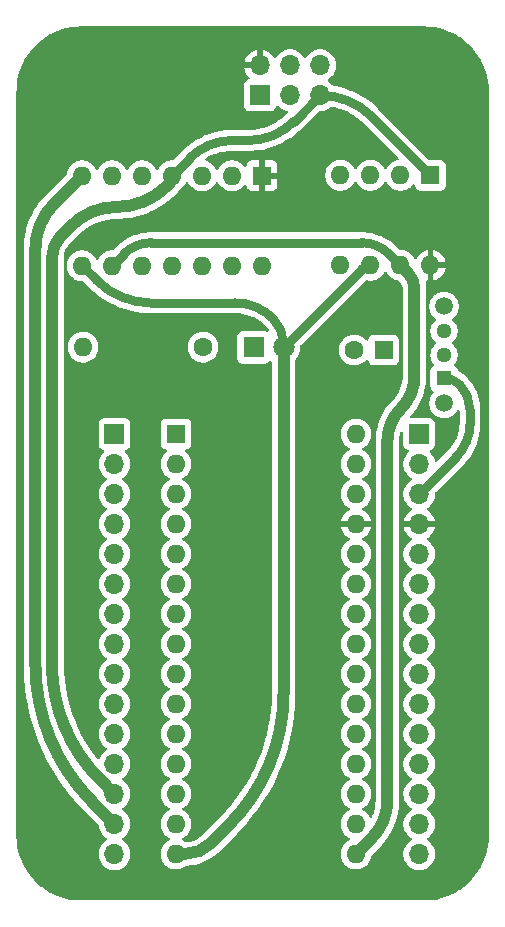
<source format=gbr>
%TF.GenerationSoftware,KiCad,Pcbnew,9.0.0*%
%TF.CreationDate,2025-03-04T00:13:22-08:00*%
%TF.ProjectId,NanoProgrammers,4e616e6f-5072-46f6-9772-616d6d657273,rev?*%
%TF.SameCoordinates,Original*%
%TF.FileFunction,Copper,L1,Top*%
%TF.FilePolarity,Positive*%
%FSLAX46Y46*%
G04 Gerber Fmt 4.6, Leading zero omitted, Abs format (unit mm)*
G04 Created by KiCad (PCBNEW 9.0.0) date 2025-03-04 00:13:22*
%MOMM*%
%LPD*%
G01*
G04 APERTURE LIST*
%TA.AperFunction,ComponentPad*%
%ADD10R,1.800000X1.800000*%
%TD*%
%TA.AperFunction,ComponentPad*%
%ADD11C,1.800000*%
%TD*%
%TA.AperFunction,ComponentPad*%
%ADD12R,1.295400X1.295400*%
%TD*%
%TA.AperFunction,ComponentPad*%
%ADD13C,1.295400*%
%TD*%
%TA.AperFunction,ComponentPad*%
%ADD14C,1.498600*%
%TD*%
%TA.AperFunction,ComponentPad*%
%ADD15R,1.600000X1.600000*%
%TD*%
%TA.AperFunction,ComponentPad*%
%ADD16O,1.600000X1.600000*%
%TD*%
%TA.AperFunction,ComponentPad*%
%ADD17R,1.700000X1.700000*%
%TD*%
%TA.AperFunction,ComponentPad*%
%ADD18O,1.700000X1.700000*%
%TD*%
%TA.AperFunction,ComponentPad*%
%ADD19C,1.600000*%
%TD*%
%TA.AperFunction,Conductor*%
%ADD20C,1.000000*%
%TD*%
%TA.AperFunction,Conductor*%
%ADD21C,0.750000*%
%TD*%
G04 APERTURE END LIST*
D10*
%TO.P,D1,1,K*%
%TO.N,Net-(D1-K)*%
X116575000Y-72675000D03*
D11*
%TO.P,D1,2,A*%
%TO.N,/MISO*%
X119115000Y-72675000D03*
%TD*%
D12*
%TO.P,SW1,1,1*%
%TO.N,/RST*%
X132700000Y-75300000D03*
D13*
%TO.P,SW1,2,2*%
%TO.N,Net-(C1-Pad1)*%
X132700000Y-73300000D03*
%TO.P,SW1,3,3*%
X132700000Y-71299999D03*
D14*
%TO.P,SW1,4*%
%TO.N,N/C*%
X132700000Y-77400001D03*
%TO.P,SW1,5*%
X132700000Y-69200000D03*
%TD*%
D15*
%TO.P,U1,1,VCC*%
%TO.N,+5V*%
X117295000Y-58135000D03*
D16*
%TO.P,U1,2,XTAL1/PB0*%
%TO.N,unconnected-(U1-XTAL1{slash}PB0-Pad2)*%
X114755000Y-58135000D03*
%TO.P,U1,3,XTAL2/PB1*%
%TO.N,unconnected-(U1-XTAL2{slash}PB1-Pad3)*%
X112215000Y-58135000D03*
%TO.P,U1,4,~{RESET}/PB3*%
%TO.N,/SS*%
X109675000Y-58135000D03*
%TO.P,U1,5,PB2*%
%TO.N,unconnected-(U1-PB2-Pad5)*%
X107135000Y-58135000D03*
%TO.P,U1,6,PA7*%
%TO.N,unconnected-(U1-PA7-Pad6)*%
X104595000Y-58135000D03*
%TO.P,U1,7,PA6*%
%TO.N,/MOSI*%
X102055000Y-58135000D03*
%TO.P,U1,8,PA5*%
%TO.N,/MISO*%
X102055000Y-65755000D03*
%TO.P,U1,9,PA4*%
%TO.N,/SCK*%
X104595000Y-65755000D03*
%TO.P,U1,10,PA3*%
%TO.N,unconnected-(U1-PA3-Pad10)*%
X107135000Y-65755000D03*
%TO.P,U1,11,PA2*%
%TO.N,unconnected-(U1-PA2-Pad11)*%
X109675000Y-65755000D03*
%TO.P,U1,12,PA1*%
%TO.N,unconnected-(U1-PA1-Pad12)*%
X112215000Y-65755000D03*
%TO.P,U1,13,AREF/PA0*%
%TO.N,unconnected-(U1-AREF{slash}PA0-Pad13)*%
X114755000Y-65755000D03*
%TO.P,U1,14,GND*%
%TO.N,GND*%
X117295000Y-65755000D03*
%TD*%
D17*
%TO.P,J3,1,Pin_1*%
%TO.N,/MISO*%
X117125000Y-51325000D03*
D18*
%TO.P,J3,2,Pin_2*%
%TO.N,+5V*%
X117125000Y-48785000D03*
%TO.P,J3,3,Pin_3*%
%TO.N,/SCK*%
X119665000Y-51325000D03*
%TO.P,J3,4,Pin_4*%
%TO.N,/MOSI*%
X119665000Y-48785000D03*
%TO.P,J3,5,Pin_5*%
%TO.N,/SS*%
X122205000Y-51325000D03*
%TO.P,J3,6,Pin_6*%
%TO.N,GND*%
X122205000Y-48785000D03*
%TD*%
D15*
%TO.P,U2,1,~{RESET}/PB5*%
%TO.N,/SS*%
X131555000Y-58105000D03*
D16*
%TO.P,U2,2,XTAL1/PB3*%
%TO.N,unconnected-(U2-XTAL1{slash}PB3-Pad2)*%
X129014999Y-58105000D03*
%TO.P,U2,3,XTAL2/PB4*%
%TO.N,unconnected-(U2-XTAL2{slash}PB4-Pad3)*%
X126474999Y-58105002D03*
%TO.P,U2,4,GND*%
%TO.N,GND*%
X123934996Y-58104998D03*
%TO.P,U2,5,AREF/PB0*%
%TO.N,/MOSI*%
X123935001Y-65724995D03*
%TO.P,U2,6,PB1*%
%TO.N,/MISO*%
X126475006Y-65724998D03*
%TO.P,U2,7,PB2*%
%TO.N,/SCK*%
X129015000Y-65724997D03*
%TO.P,U2,8,VCC*%
%TO.N,+5V*%
X131554998Y-65725004D03*
%TD*%
D15*
%TO.P,C1,1*%
%TO.N,Net-(C1-Pad1)*%
X127600000Y-72900000D03*
D19*
%TO.P,C1,2*%
%TO.N,GND*%
X125100001Y-72899998D03*
%TD*%
D15*
%TO.P,A1,1,D1/TX*%
%TO.N,Net-(A1-D1{slash}TX)*%
X110000000Y-80000000D03*
D16*
%TO.P,A1,2,D0/RX*%
%TO.N,Net-(A1-D0{slash}RX)*%
X110000000Y-82540000D03*
%TO.P,A1,3,~{RESET}*%
%TO.N,/RST*%
X110000000Y-85080000D03*
%TO.P,A1,4,GND*%
%TO.N,GND*%
X110000000Y-87620000D03*
%TO.P,A1,5,D2*%
%TO.N,Net-(A1-D2)*%
X110000000Y-90160000D03*
%TO.P,A1,6,D3*%
%TO.N,Net-(A1-D3)*%
X110000000Y-92700000D03*
%TO.P,A1,7,D4*%
%TO.N,Net-(A1-D4)*%
X110000000Y-95240000D03*
%TO.P,A1,8,D5*%
%TO.N,Net-(A1-D5)*%
X110000000Y-97780000D03*
%TO.P,A1,9,D6*%
%TO.N,Net-(A1-D6)*%
X110000000Y-100320000D03*
%TO.P,A1,10,D7*%
%TO.N,Net-(A1-D7)*%
X110000000Y-102860000D03*
%TO.P,A1,11,D8*%
%TO.N,Net-(A1-D8)*%
X110000000Y-105400000D03*
%TO.P,A1,12,D9*%
%TO.N,Net-(A1-D9)*%
X110000000Y-107940000D03*
%TO.P,A1,13,D10*%
%TO.N,/SS*%
X110000000Y-110480000D03*
%TO.P,A1,14,D11*%
%TO.N,/MOSI*%
X110000000Y-113020000D03*
%TO.P,A1,15,D12*%
%TO.N,/MISO*%
X110000000Y-115560000D03*
%TO.P,A1,16,D13*%
%TO.N,/SCK*%
X125240000Y-115560000D03*
%TO.P,A1,17,3V3*%
%TO.N,Net-(A1-3V3)*%
X125240000Y-113020000D03*
%TO.P,A1,18,AREF*%
%TO.N,Net-(A1-AREF)*%
X125240000Y-110480000D03*
%TO.P,A1,19,A0*%
%TO.N,Net-(A1-A0)*%
X125240000Y-107940000D03*
%TO.P,A1,20,A1*%
%TO.N,Net-(A1-A1)*%
X125240000Y-105400000D03*
%TO.P,A1,21,A2*%
%TO.N,Net-(A1-A2)*%
X125240000Y-102860000D03*
%TO.P,A1,22,A3*%
%TO.N,Net-(A1-A3)*%
X125240000Y-100320000D03*
%TO.P,A1,23,A4*%
%TO.N,Net-(A1-A4)*%
X125240000Y-97780000D03*
%TO.P,A1,24,A5*%
%TO.N,Net-(A1-A5)*%
X125240000Y-95240000D03*
%TO.P,A1,25,A6*%
%TO.N,Net-(A1-A6)*%
X125240000Y-92700000D03*
%TO.P,A1,26,A7*%
%TO.N,Net-(A1-A7)*%
X125240000Y-90160000D03*
%TO.P,A1,27,+5V*%
%TO.N,+5V*%
X125240000Y-87620000D03*
%TO.P,A1,28,~{RESET}*%
%TO.N,/RST*%
X125240000Y-85080000D03*
%TO.P,A1,29,GND*%
%TO.N,GND*%
X125240000Y-82540000D03*
%TO.P,A1,30,VIN*%
%TO.N,Net-(A1-VIN)*%
X125240000Y-80000000D03*
%TD*%
D19*
%TO.P,R1,1*%
%TO.N,Net-(D1-K)*%
X112305000Y-72650000D03*
D16*
%TO.P,R1,2*%
%TO.N,GND*%
X102145000Y-72650000D03*
%TD*%
D17*
%TO.P,J1,1,Pin_1*%
%TO.N,Net-(A1-D1{slash}TX)*%
X104800000Y-80000000D03*
D18*
%TO.P,J1,2,Pin_2*%
%TO.N,Net-(A1-D0{slash}RX)*%
X104800000Y-82540000D03*
%TO.P,J1,3,Pin_3*%
%TO.N,/RST*%
X104800000Y-85080000D03*
%TO.P,J1,4,Pin_4*%
%TO.N,GND*%
X104800000Y-87620000D03*
%TO.P,J1,5,Pin_5*%
%TO.N,Net-(A1-D2)*%
X104800000Y-90160000D03*
%TO.P,J1,6,Pin_6*%
%TO.N,Net-(A1-D3)*%
X104800000Y-92700000D03*
%TO.P,J1,7,Pin_7*%
%TO.N,Net-(A1-D4)*%
X104800000Y-95240000D03*
%TO.P,J1,8,Pin_8*%
%TO.N,Net-(A1-D5)*%
X104800000Y-97780000D03*
%TO.P,J1,9,Pin_9*%
%TO.N,Net-(A1-D6)*%
X104800000Y-100320000D03*
%TO.P,J1,10,Pin_10*%
%TO.N,Net-(A1-D7)*%
X104800000Y-102860000D03*
%TO.P,J1,11,Pin_11*%
%TO.N,Net-(A1-D8)*%
X104800000Y-105400000D03*
%TO.P,J1,12,Pin_12*%
%TO.N,Net-(A1-D9)*%
X104800000Y-107940000D03*
%TO.P,J1,13,Pin_13*%
%TO.N,/SS*%
X104800000Y-110480000D03*
%TO.P,J1,14,Pin_14*%
%TO.N,/MOSI*%
X104800000Y-113020000D03*
%TO.P,J1,15,Pin_15*%
%TO.N,/MISO*%
X104800000Y-115560000D03*
%TD*%
D17*
%TO.P,J2,1,Pin_1*%
%TO.N,Net-(A1-VIN)*%
X130600000Y-80000000D03*
D18*
%TO.P,J2,2,Pin_2*%
%TO.N,GND*%
X130600000Y-82540000D03*
%TO.P,J2,3,Pin_3*%
%TO.N,/RST*%
X130600000Y-85080000D03*
%TO.P,J2,4,Pin_4*%
%TO.N,+5V*%
X130600000Y-87620000D03*
%TO.P,J2,5,Pin_5*%
%TO.N,Net-(A1-A7)*%
X130600000Y-90160000D03*
%TO.P,J2,6,Pin_6*%
%TO.N,Net-(A1-A6)*%
X130600000Y-92700000D03*
%TO.P,J2,7,Pin_7*%
%TO.N,Net-(A1-A5)*%
X130600000Y-95240000D03*
%TO.P,J2,8,Pin_8*%
%TO.N,Net-(A1-A4)*%
X130600000Y-97780000D03*
%TO.P,J2,9,Pin_9*%
%TO.N,Net-(A1-A3)*%
X130600000Y-100320000D03*
%TO.P,J2,10,Pin_10*%
%TO.N,Net-(A1-A2)*%
X130600000Y-102860000D03*
%TO.P,J2,11,Pin_11*%
%TO.N,Net-(A1-A1)*%
X130600000Y-105400000D03*
%TO.P,J2,12,Pin_12*%
%TO.N,Net-(A1-A0)*%
X130600000Y-107940000D03*
%TO.P,J2,13,Pin_13*%
%TO.N,Net-(A1-AREF)*%
X130600000Y-110480000D03*
%TO.P,J2,14,Pin_14*%
%TO.N,Net-(A1-3V3)*%
X130600000Y-113020000D03*
%TO.P,J2,15,Pin_15*%
%TO.N,/SCK*%
X130600000Y-115560000D03*
%TD*%
D20*
%TO.N,/MOSI*%
X98100000Y-64343963D02*
X98100000Y-99478570D01*
X102937622Y-111157622D02*
X104800000Y-113020000D01*
X99693792Y-60496207D02*
X102055000Y-58135000D01*
X98100000Y-99478570D02*
G75*
G03*
X102937621Y-111157623I16516680J0D01*
G01*
X99693792Y-60496207D02*
G75*
G03*
X98099959Y-64343963I3847708J-3847793D01*
G01*
D21*
%TO.N,/RST*%
X133728427Y-81951573D02*
X130600000Y-85080000D01*
X134900000Y-77942641D02*
X134900000Y-79123146D01*
X132700000Y-75300000D02*
X132762732Y-75300000D01*
X134900000Y-77942641D02*
G75*
G03*
X134021341Y-75821301I-3000000J41D01*
G01*
X134900000Y-79123146D02*
G75*
G02*
X133728404Y-81951550I-4000000J46D01*
G01*
X132762732Y-75300000D02*
G75*
G02*
X134021300Y-75821342I-32J-1779900D01*
G01*
%TO.N,/SCK*%
X128052500Y-64762500D02*
X129015000Y-65725000D01*
D20*
X130200000Y-75073654D02*
X130200000Y-67747918D01*
D21*
X105572500Y-64777500D02*
X104595000Y-65755000D01*
D20*
X127900000Y-111019095D02*
X127900000Y-80626345D01*
D21*
X125728819Y-63800000D02*
X107932393Y-63800000D01*
D20*
X126570000Y-114230000D02*
X125240000Y-115560000D01*
X129607500Y-66317497D02*
X129015000Y-65724997D01*
D21*
X107932393Y-63800000D02*
G75*
G03*
X105572502Y-64777502I7J-3337400D01*
G01*
D20*
X127900000Y-111019095D02*
G75*
G02*
X126570001Y-114230001I-4540900J-5D01*
G01*
D21*
X128052500Y-64762500D02*
G75*
G03*
X125728819Y-63799992I-2323700J-2323700D01*
G01*
D20*
X130200000Y-75073654D02*
G75*
G02*
X129049984Y-77849984I-3926400J54D01*
G01*
X129050000Y-77850000D02*
G75*
G03*
X127900019Y-80626345I2776300J-2776300D01*
G01*
X129607500Y-66317497D02*
G75*
G02*
X130199993Y-67747918I-1430400J-1430403D01*
G01*
D21*
%TO.N,/SS*%
X119973792Y-53556207D02*
X122205000Y-51325000D01*
X116126036Y-55150000D02*
X114770713Y-55150000D01*
D20*
X101093792Y-62406206D02*
X101126007Y-62373992D01*
X99500000Y-65101288D02*
X99500000Y-99451723D01*
D21*
X111167499Y-56642499D02*
X109827027Y-57982972D01*
D20*
X109217660Y-59022339D02*
X109522972Y-58717027D01*
X103550503Y-109230503D02*
X104800000Y-110480000D01*
D21*
X126592244Y-53142244D02*
X131555000Y-58105000D01*
D20*
X101093792Y-62406206D02*
X100278724Y-63221277D01*
X99500000Y-99451723D02*
G75*
G03*
X103550505Y-109230501I13829280J3D01*
G01*
X109217660Y-59022339D02*
G75*
G02*
X104973763Y-60780210I-4243860J4243839D01*
G01*
X104973763Y-60780200D02*
G75*
G03*
X101126027Y-62374012I-63J-5441300D01*
G01*
D21*
X114770713Y-55150000D02*
G75*
G03*
X111167496Y-56642496I-13J-5095700D01*
G01*
D20*
X100278724Y-63221277D02*
G75*
G03*
X99499979Y-65101288I1879976J-1880023D01*
G01*
X109675000Y-58350000D02*
G75*
G02*
X109522982Y-58717037I-519100J0D01*
G01*
D21*
X126592244Y-53142244D02*
G75*
G03*
X122205000Y-51324992I-4387244J-4387256D01*
G01*
X119973792Y-53556207D02*
G75*
G02*
X116126036Y-55150010I-3847792J3847807D01*
G01*
X109827027Y-57982972D02*
G75*
G03*
X109674983Y-58350000I366973J-367028D01*
G01*
D20*
%TO.N,/MISO*%
X110767916Y-115560000D02*
X110000000Y-115560000D01*
D21*
X119115000Y-72675000D02*
X119115000Y-72357641D01*
X119115000Y-72715100D02*
X119115000Y-72675000D01*
X125775075Y-66014924D02*
X119115000Y-72675000D01*
D20*
X119115000Y-72675000D02*
X119115000Y-101931736D01*
X112939497Y-114660502D02*
X114481143Y-113118856D01*
D21*
X103297480Y-66997480D02*
X102055000Y-65755000D01*
X115010185Y-68900000D02*
X107890571Y-68900000D01*
X103297480Y-66997480D02*
G75*
G03*
X107890571Y-68900024I4593120J4593080D01*
G01*
D20*
X112939497Y-114660502D02*
G75*
G02*
X110767916Y-115560005I-2171597J2171602D01*
G01*
D21*
X126475000Y-65725000D02*
G75*
G03*
X125775060Y-66014909I0J-989900D01*
G01*
D20*
X119115000Y-101931736D02*
G75*
G02*
X114481144Y-113118857I-15820970J-4D01*
G01*
D21*
X119115000Y-72357641D02*
G75*
G03*
X118236340Y-70236300I-3000000J41D01*
G01*
X115010185Y-68900000D02*
G75*
G02*
X118236324Y-70236316I15J-4562400D01*
G01*
X119115000Y-72715100D02*
G75*
G02*
X119086643Y-72783552I-96800J0D01*
G01*
%TD*%
%TA.AperFunction,Conductor*%
%TO.N,+5V*%
G36*
X131002562Y-45500605D02*
G01*
X131449036Y-45519072D01*
X131459209Y-45519915D01*
X131900114Y-45574873D01*
X131910194Y-45576555D01*
X132345042Y-45667733D01*
X132354950Y-45670242D01*
X132780786Y-45797019D01*
X132790454Y-45800338D01*
X133131430Y-45933388D01*
X133204339Y-45961838D01*
X133213724Y-45965954D01*
X133612869Y-46161083D01*
X133621877Y-46165958D01*
X134003544Y-46393383D01*
X134012123Y-46398989D01*
X134373693Y-46657144D01*
X134381775Y-46663435D01*
X134720796Y-46950571D01*
X134728336Y-46957512D01*
X135042487Y-47271663D01*
X135049428Y-47279203D01*
X135336564Y-47618224D01*
X135342859Y-47626312D01*
X135601010Y-47987876D01*
X135606616Y-47996455D01*
X135834041Y-48378122D01*
X135838919Y-48387136D01*
X136034045Y-48786275D01*
X136038161Y-48795660D01*
X136199656Y-49209533D01*
X136202984Y-49219226D01*
X136329753Y-49645036D01*
X136332269Y-49654971D01*
X136423441Y-50089791D01*
X136425128Y-50099900D01*
X136480082Y-50540769D01*
X136480928Y-50550983D01*
X136499394Y-50997437D01*
X136499500Y-51002561D01*
X136499500Y-113997438D01*
X136499394Y-114002562D01*
X136480928Y-114449016D01*
X136480082Y-114459230D01*
X136425128Y-114900099D01*
X136423441Y-114910208D01*
X136332269Y-115345028D01*
X136329753Y-115354963D01*
X136202984Y-115780773D01*
X136199656Y-115790466D01*
X136038161Y-116204339D01*
X136034045Y-116213724D01*
X135838919Y-116612863D01*
X135834041Y-116621877D01*
X135606616Y-117003544D01*
X135601010Y-117012123D01*
X135342859Y-117373687D01*
X135336564Y-117381775D01*
X135049428Y-117720796D01*
X135042487Y-117728336D01*
X134728336Y-118042487D01*
X134720796Y-118049428D01*
X134381775Y-118336564D01*
X134373687Y-118342859D01*
X134012123Y-118601010D01*
X134003544Y-118606616D01*
X133621877Y-118834041D01*
X133612863Y-118838919D01*
X133213724Y-119034045D01*
X133204339Y-119038161D01*
X132790466Y-119199656D01*
X132780773Y-119202984D01*
X132354963Y-119329753D01*
X132345028Y-119332269D01*
X131910208Y-119423441D01*
X131900099Y-119425128D01*
X131459230Y-119480082D01*
X131449016Y-119480928D01*
X131002563Y-119499394D01*
X130997439Y-119499500D01*
X102002561Y-119499500D01*
X101997437Y-119499394D01*
X101550983Y-119480928D01*
X101540769Y-119480082D01*
X101099900Y-119425128D01*
X101089791Y-119423441D01*
X100654971Y-119332269D01*
X100645036Y-119329753D01*
X100219226Y-119202984D01*
X100209533Y-119199656D01*
X99795660Y-119038161D01*
X99786275Y-119034045D01*
X99387136Y-118838919D01*
X99378122Y-118834041D01*
X98996455Y-118606616D01*
X98987876Y-118601010D01*
X98626312Y-118342859D01*
X98618224Y-118336564D01*
X98279203Y-118049428D01*
X98271663Y-118042487D01*
X97957512Y-117728336D01*
X97950571Y-117720796D01*
X97663435Y-117381775D01*
X97657140Y-117373687D01*
X97398989Y-117012123D01*
X97393383Y-117003544D01*
X97195996Y-116672287D01*
X97165955Y-116621872D01*
X97161080Y-116612863D01*
X97149956Y-116590109D01*
X96985716Y-116254148D01*
X96965954Y-116213724D01*
X96961838Y-116204339D01*
X96853280Y-115926131D01*
X96800338Y-115790454D01*
X96797019Y-115780786D01*
X96670242Y-115354950D01*
X96667733Y-115345042D01*
X96576555Y-114910194D01*
X96574873Y-114900114D01*
X96519915Y-114459209D01*
X96519072Y-114449036D01*
X96500606Y-114002562D01*
X96500500Y-113997438D01*
X96500500Y-64245416D01*
X97099500Y-64245416D01*
X97099500Y-99582931D01*
X97099530Y-99583537D01*
X97099530Y-99883318D01*
X97107147Y-100048076D01*
X97136911Y-100691883D01*
X97211596Y-101497861D01*
X97211598Y-101497882D01*
X97323425Y-102299540D01*
X97323426Y-102299544D01*
X97448061Y-102966286D01*
X97472163Y-103095216D01*
X97657480Y-103883135D01*
X97657482Y-103883142D01*
X97878986Y-104661647D01*
X97878995Y-104661676D01*
X98128038Y-105404720D01*
X98136224Y-105429142D01*
X98428625Y-106183918D01*
X98428629Y-106183926D01*
X98428643Y-106183960D01*
X98755573Y-106924386D01*
X98755574Y-106924389D01*
X99116348Y-107648922D01*
X99116369Y-107648961D01*
X99510244Y-108356101D01*
X99936356Y-109044297D01*
X100214198Y-109449896D01*
X100393798Y-109712081D01*
X100734891Y-110163760D01*
X100881591Y-110358022D01*
X101397426Y-110979219D01*
X101398694Y-110980745D01*
X101398706Y-110980760D01*
X101943979Y-111578897D01*
X101943993Y-111578912D01*
X101944008Y-111578928D01*
X102230187Y-111865107D01*
X102230161Y-111865082D01*
X102295717Y-111930638D01*
X102295720Y-111930640D01*
X103413576Y-113048496D01*
X103447061Y-113109819D01*
X103449350Y-113125344D01*
X103482753Y-113336239D01*
X103548444Y-113538414D01*
X103644951Y-113727820D01*
X103769890Y-113899786D01*
X103920213Y-114050109D01*
X104092182Y-114175050D01*
X104100946Y-114179516D01*
X104151742Y-114227491D01*
X104168536Y-114295312D01*
X104145998Y-114361447D01*
X104100946Y-114400484D01*
X104092182Y-114404949D01*
X103920213Y-114529890D01*
X103769890Y-114680213D01*
X103644951Y-114852179D01*
X103548444Y-115041585D01*
X103482753Y-115243760D01*
X103460319Y-115385405D01*
X103449500Y-115453713D01*
X103449500Y-115666287D01*
X103482754Y-115876243D01*
X103498962Y-115926127D01*
X103548444Y-116078414D01*
X103644951Y-116267820D01*
X103769890Y-116439786D01*
X103920213Y-116590109D01*
X104092179Y-116715048D01*
X104092181Y-116715049D01*
X104092184Y-116715051D01*
X104281588Y-116811557D01*
X104483757Y-116877246D01*
X104693713Y-116910500D01*
X104693714Y-116910500D01*
X104906286Y-116910500D01*
X104906287Y-116910500D01*
X105116243Y-116877246D01*
X105318412Y-116811557D01*
X105507816Y-116715051D01*
X105566676Y-116672287D01*
X105679786Y-116590109D01*
X105679788Y-116590106D01*
X105679792Y-116590104D01*
X105830104Y-116439792D01*
X105830106Y-116439788D01*
X105830109Y-116439786D01*
X105955048Y-116267820D01*
X105955047Y-116267820D01*
X105955051Y-116267816D01*
X106051557Y-116078412D01*
X106117246Y-115876243D01*
X106150500Y-115666287D01*
X106150500Y-115453713D01*
X106117246Y-115243757D01*
X106051557Y-115041588D01*
X105955051Y-114852184D01*
X105955049Y-114852181D01*
X105955048Y-114852179D01*
X105830109Y-114680213D01*
X105679786Y-114529890D01*
X105507820Y-114404951D01*
X105507115Y-114404591D01*
X105499054Y-114400485D01*
X105448259Y-114352512D01*
X105431463Y-114284692D01*
X105453999Y-114218556D01*
X105499054Y-114179515D01*
X105507816Y-114175051D01*
X105594876Y-114111799D01*
X105679786Y-114050109D01*
X105679788Y-114050106D01*
X105679792Y-114050104D01*
X105830104Y-113899792D01*
X105830106Y-113899788D01*
X105830109Y-113899786D01*
X105955048Y-113727820D01*
X105955047Y-113727820D01*
X105955051Y-113727816D01*
X106051557Y-113538412D01*
X106117246Y-113336243D01*
X106150500Y-113126287D01*
X106150500Y-112913713D01*
X106117246Y-112703757D01*
X106051557Y-112501588D01*
X105955051Y-112312184D01*
X105955049Y-112312181D01*
X105955048Y-112312179D01*
X105830109Y-112140213D01*
X105679786Y-111989890D01*
X105507820Y-111864951D01*
X105507115Y-111864591D01*
X105499054Y-111860485D01*
X105448259Y-111812512D01*
X105431463Y-111744692D01*
X105453999Y-111678556D01*
X105499054Y-111639515D01*
X105507816Y-111635051D01*
X105585036Y-111578948D01*
X105679786Y-111510109D01*
X105679788Y-111510106D01*
X105679792Y-111510104D01*
X105830104Y-111359792D01*
X105830106Y-111359788D01*
X105830109Y-111359786D01*
X105955048Y-111187820D01*
X105955047Y-111187820D01*
X105955051Y-111187816D01*
X106051557Y-110998412D01*
X106117246Y-110796243D01*
X106150500Y-110586287D01*
X106150500Y-110373713D01*
X106117246Y-110163757D01*
X106051557Y-109961588D01*
X105955051Y-109772184D01*
X105955049Y-109772181D01*
X105955048Y-109772179D01*
X105830109Y-109600213D01*
X105679786Y-109449890D01*
X105507820Y-109324951D01*
X105507115Y-109324591D01*
X105499054Y-109320485D01*
X105448259Y-109272512D01*
X105431463Y-109204692D01*
X105453999Y-109138556D01*
X105499054Y-109099515D01*
X105507816Y-109095051D01*
X105566680Y-109052284D01*
X105679786Y-108970109D01*
X105679788Y-108970106D01*
X105679792Y-108970104D01*
X105830104Y-108819792D01*
X105830106Y-108819788D01*
X105830109Y-108819786D01*
X105955048Y-108647820D01*
X105955047Y-108647820D01*
X105955051Y-108647816D01*
X106051557Y-108458412D01*
X106117246Y-108256243D01*
X106150500Y-108046287D01*
X106150500Y-107833713D01*
X106117246Y-107623757D01*
X106051557Y-107421588D01*
X105955051Y-107232184D01*
X105955049Y-107232181D01*
X105955048Y-107232179D01*
X105830109Y-107060213D01*
X105679786Y-106909890D01*
X105507820Y-106784951D01*
X105507115Y-106784591D01*
X105499054Y-106780485D01*
X105448259Y-106732512D01*
X105431463Y-106664692D01*
X105453999Y-106598556D01*
X105499054Y-106559515D01*
X105507816Y-106555051D01*
X105566680Y-106512284D01*
X105679786Y-106430109D01*
X105679788Y-106430106D01*
X105679792Y-106430104D01*
X105830104Y-106279792D01*
X105830106Y-106279788D01*
X105830109Y-106279786D01*
X105955048Y-106107820D01*
X105955047Y-106107820D01*
X105955051Y-106107816D01*
X106051557Y-105918412D01*
X106117246Y-105716243D01*
X106150500Y-105506287D01*
X106150500Y-105293713D01*
X106117246Y-105083757D01*
X106051557Y-104881588D01*
X105955051Y-104692184D01*
X105955049Y-104692181D01*
X105955048Y-104692179D01*
X105830109Y-104520213D01*
X105679786Y-104369890D01*
X105507820Y-104244951D01*
X105507115Y-104244591D01*
X105499054Y-104240485D01*
X105448259Y-104192512D01*
X105431463Y-104124692D01*
X105453999Y-104058556D01*
X105499054Y-104019515D01*
X105507816Y-104015051D01*
X105566680Y-103972284D01*
X105679786Y-103890109D01*
X105679788Y-103890106D01*
X105679792Y-103890104D01*
X105830104Y-103739792D01*
X105830106Y-103739788D01*
X105830109Y-103739786D01*
X105955048Y-103567820D01*
X105955047Y-103567820D01*
X105955051Y-103567816D01*
X106051557Y-103378412D01*
X106117246Y-103176243D01*
X106150500Y-102966287D01*
X106150500Y-102753713D01*
X106117246Y-102543757D01*
X106051557Y-102341588D01*
X105955051Y-102152184D01*
X105955049Y-102152181D01*
X105955048Y-102152179D01*
X105830109Y-101980213D01*
X105679786Y-101829890D01*
X105507820Y-101704951D01*
X105507115Y-101704591D01*
X105499054Y-101700485D01*
X105448259Y-101652512D01*
X105431463Y-101584692D01*
X105453999Y-101518556D01*
X105499054Y-101479515D01*
X105507816Y-101475051D01*
X105566680Y-101432284D01*
X105679786Y-101350109D01*
X105679788Y-101350106D01*
X105679792Y-101350104D01*
X105830104Y-101199792D01*
X105830106Y-101199788D01*
X105830109Y-101199786D01*
X105955048Y-101027820D01*
X105955047Y-101027820D01*
X105955051Y-101027816D01*
X106051557Y-100838412D01*
X106117246Y-100636243D01*
X106150500Y-100426287D01*
X106150500Y-100213713D01*
X106117246Y-100003757D01*
X106051557Y-99801588D01*
X105955051Y-99612184D01*
X105955049Y-99612181D01*
X105955048Y-99612179D01*
X105830109Y-99440213D01*
X105679786Y-99289890D01*
X105507820Y-99164951D01*
X105507115Y-99164591D01*
X105499054Y-99160485D01*
X105448259Y-99112512D01*
X105431463Y-99044692D01*
X105453999Y-98978556D01*
X105499054Y-98939515D01*
X105507816Y-98935051D01*
X105566680Y-98892284D01*
X105679786Y-98810109D01*
X105679788Y-98810106D01*
X105679792Y-98810104D01*
X105830104Y-98659792D01*
X105830106Y-98659788D01*
X105830109Y-98659786D01*
X105955048Y-98487820D01*
X105955047Y-98487820D01*
X105955051Y-98487816D01*
X106051557Y-98298412D01*
X106117246Y-98096243D01*
X106150500Y-97886287D01*
X106150500Y-97673713D01*
X106117246Y-97463757D01*
X106051557Y-97261588D01*
X105955051Y-97072184D01*
X105955049Y-97072181D01*
X105955048Y-97072179D01*
X105830109Y-96900213D01*
X105679786Y-96749890D01*
X105507820Y-96624951D01*
X105507115Y-96624591D01*
X105499054Y-96620485D01*
X105448259Y-96572512D01*
X105431463Y-96504692D01*
X105453999Y-96438556D01*
X105499054Y-96399515D01*
X105507816Y-96395051D01*
X105566680Y-96352284D01*
X105679786Y-96270109D01*
X105679788Y-96270106D01*
X105679792Y-96270104D01*
X105830104Y-96119792D01*
X105830106Y-96119788D01*
X105830109Y-96119786D01*
X105955048Y-95947820D01*
X105955047Y-95947820D01*
X105955051Y-95947816D01*
X106051557Y-95758412D01*
X106117246Y-95556243D01*
X106150500Y-95346287D01*
X106150500Y-95133713D01*
X106117246Y-94923757D01*
X106051557Y-94721588D01*
X105955051Y-94532184D01*
X105955049Y-94532181D01*
X105955048Y-94532179D01*
X105830109Y-94360213D01*
X105679786Y-94209890D01*
X105507820Y-94084951D01*
X105507115Y-94084591D01*
X105499054Y-94080485D01*
X105448259Y-94032512D01*
X105431463Y-93964692D01*
X105453999Y-93898556D01*
X105499054Y-93859515D01*
X105507816Y-93855051D01*
X105566680Y-93812284D01*
X105679786Y-93730109D01*
X105679788Y-93730106D01*
X105679792Y-93730104D01*
X105830104Y-93579792D01*
X105830106Y-93579788D01*
X105830109Y-93579786D01*
X105955048Y-93407820D01*
X105955047Y-93407820D01*
X105955051Y-93407816D01*
X106051557Y-93218412D01*
X106117246Y-93016243D01*
X106150500Y-92806287D01*
X106150500Y-92593713D01*
X106117246Y-92383757D01*
X106051557Y-92181588D01*
X105955051Y-91992184D01*
X105955049Y-91992181D01*
X105955048Y-91992179D01*
X105830109Y-91820213D01*
X105679786Y-91669890D01*
X105507820Y-91544951D01*
X105507115Y-91544591D01*
X105499054Y-91540485D01*
X105448259Y-91492512D01*
X105431463Y-91424692D01*
X105453999Y-91358556D01*
X105499054Y-91319515D01*
X105507816Y-91315051D01*
X105566680Y-91272284D01*
X105679786Y-91190109D01*
X105679788Y-91190106D01*
X105679792Y-91190104D01*
X105830104Y-91039792D01*
X105830106Y-91039788D01*
X105830109Y-91039786D01*
X105955048Y-90867820D01*
X105955047Y-90867820D01*
X105955051Y-90867816D01*
X106051557Y-90678412D01*
X106117246Y-90476243D01*
X106150500Y-90266287D01*
X106150500Y-90053713D01*
X106117246Y-89843757D01*
X106051557Y-89641588D01*
X105955051Y-89452184D01*
X105955049Y-89452181D01*
X105955048Y-89452179D01*
X105830109Y-89280213D01*
X105679786Y-89129890D01*
X105507820Y-89004951D01*
X105507115Y-89004591D01*
X105499054Y-89000485D01*
X105448259Y-88952512D01*
X105431463Y-88884692D01*
X105453999Y-88818556D01*
X105499054Y-88779515D01*
X105507816Y-88775051D01*
X105566680Y-88732284D01*
X105679786Y-88650109D01*
X105679788Y-88650106D01*
X105679792Y-88650104D01*
X105830104Y-88499792D01*
X105830106Y-88499788D01*
X105830109Y-88499786D01*
X105955048Y-88327820D01*
X105955047Y-88327820D01*
X105955051Y-88327816D01*
X106051557Y-88138412D01*
X106117246Y-87936243D01*
X106150500Y-87726287D01*
X106150500Y-87513713D01*
X106117246Y-87303757D01*
X106051557Y-87101588D01*
X105955051Y-86912184D01*
X105955049Y-86912181D01*
X105955048Y-86912179D01*
X105830109Y-86740213D01*
X105679786Y-86589890D01*
X105507820Y-86464951D01*
X105499600Y-86460763D01*
X105499054Y-86460485D01*
X105448259Y-86412512D01*
X105431463Y-86344692D01*
X105453999Y-86278556D01*
X105499054Y-86239515D01*
X105507816Y-86235051D01*
X105566680Y-86192284D01*
X105679786Y-86110109D01*
X105679788Y-86110106D01*
X105679792Y-86110104D01*
X105830104Y-85959792D01*
X105830106Y-85959788D01*
X105830109Y-85959786D01*
X105955048Y-85787820D01*
X105955047Y-85787820D01*
X105955051Y-85787816D01*
X106051557Y-85598412D01*
X106117246Y-85396243D01*
X106150500Y-85186287D01*
X106150500Y-84973713D01*
X106117246Y-84763757D01*
X106051557Y-84561588D01*
X105955051Y-84372184D01*
X105955049Y-84372181D01*
X105955048Y-84372179D01*
X105830109Y-84200213D01*
X105679786Y-84049890D01*
X105507820Y-83924951D01*
X105507115Y-83924591D01*
X105499054Y-83920485D01*
X105448259Y-83872512D01*
X105431463Y-83804692D01*
X105453999Y-83738556D01*
X105499054Y-83699515D01*
X105507816Y-83695051D01*
X105566680Y-83652284D01*
X105679786Y-83570109D01*
X105679788Y-83570106D01*
X105679792Y-83570104D01*
X105830104Y-83419792D01*
X105830106Y-83419788D01*
X105830109Y-83419786D01*
X105955048Y-83247820D01*
X105955047Y-83247820D01*
X105955051Y-83247816D01*
X106051557Y-83058412D01*
X106117246Y-82856243D01*
X106150500Y-82646287D01*
X106150500Y-82433713D01*
X106117246Y-82223757D01*
X106051557Y-82021588D01*
X105955051Y-81832184D01*
X105955049Y-81832181D01*
X105955048Y-81832179D01*
X105830109Y-81660213D01*
X105716569Y-81546673D01*
X105683084Y-81485350D01*
X105688068Y-81415658D01*
X105729940Y-81359725D01*
X105760915Y-81342810D01*
X105892331Y-81293796D01*
X106007546Y-81207546D01*
X106093796Y-81092331D01*
X106144091Y-80957483D01*
X106150500Y-80897873D01*
X106150499Y-79102128D01*
X106144091Y-79042517D01*
X106131227Y-79008028D01*
X106093797Y-78907671D01*
X106093793Y-78907664D01*
X106007547Y-78792455D01*
X106007544Y-78792452D01*
X105892335Y-78706206D01*
X105892328Y-78706202D01*
X105757482Y-78655908D01*
X105757483Y-78655908D01*
X105697883Y-78649501D01*
X105697881Y-78649500D01*
X105697873Y-78649500D01*
X105697864Y-78649500D01*
X103902129Y-78649500D01*
X103902123Y-78649501D01*
X103842516Y-78655908D01*
X103707671Y-78706202D01*
X103707664Y-78706206D01*
X103592455Y-78792452D01*
X103592452Y-78792455D01*
X103506206Y-78907664D01*
X103506202Y-78907671D01*
X103455908Y-79042517D01*
X103450533Y-79092516D01*
X103449501Y-79102123D01*
X103449500Y-79102135D01*
X103449500Y-80897870D01*
X103449501Y-80897876D01*
X103455908Y-80957483D01*
X103506202Y-81092328D01*
X103506206Y-81092335D01*
X103592452Y-81207544D01*
X103592455Y-81207547D01*
X103707664Y-81293793D01*
X103707671Y-81293797D01*
X103839082Y-81342810D01*
X103895016Y-81384681D01*
X103919433Y-81450145D01*
X103904582Y-81518418D01*
X103883431Y-81546673D01*
X103769889Y-81660215D01*
X103644951Y-81832179D01*
X103548444Y-82021585D01*
X103482753Y-82223760D01*
X103449500Y-82433713D01*
X103449500Y-82646286D01*
X103482753Y-82856239D01*
X103548444Y-83058414D01*
X103644951Y-83247820D01*
X103769890Y-83419786D01*
X103920213Y-83570109D01*
X104092182Y-83695050D01*
X104100946Y-83699516D01*
X104151742Y-83747491D01*
X104168536Y-83815312D01*
X104145998Y-83881447D01*
X104100946Y-83920484D01*
X104092182Y-83924949D01*
X103920213Y-84049890D01*
X103769890Y-84200213D01*
X103644951Y-84372179D01*
X103548444Y-84561585D01*
X103482753Y-84763760D01*
X103449500Y-84973713D01*
X103449500Y-85186286D01*
X103482753Y-85396239D01*
X103548444Y-85598414D01*
X103644951Y-85787820D01*
X103769890Y-85959786D01*
X103920213Y-86110109D01*
X104092182Y-86235050D01*
X104100946Y-86239516D01*
X104151742Y-86287491D01*
X104168536Y-86355312D01*
X104145998Y-86421447D01*
X104100946Y-86460484D01*
X104092182Y-86464949D01*
X103920213Y-86589890D01*
X103769890Y-86740213D01*
X103644951Y-86912179D01*
X103548444Y-87101585D01*
X103482753Y-87303760D01*
X103449500Y-87513713D01*
X103449500Y-87726286D01*
X103482753Y-87936239D01*
X103548444Y-88138414D01*
X103644951Y-88327820D01*
X103769890Y-88499786D01*
X103920213Y-88650109D01*
X104092182Y-88775050D01*
X104100946Y-88779516D01*
X104151742Y-88827491D01*
X104168536Y-88895312D01*
X104145998Y-88961447D01*
X104100946Y-89000484D01*
X104092182Y-89004949D01*
X103920213Y-89129890D01*
X103769890Y-89280213D01*
X103644951Y-89452179D01*
X103548444Y-89641585D01*
X103482753Y-89843760D01*
X103449500Y-90053713D01*
X103449500Y-90266286D01*
X103482753Y-90476239D01*
X103548444Y-90678414D01*
X103644951Y-90867820D01*
X103769890Y-91039786D01*
X103920213Y-91190109D01*
X104092182Y-91315050D01*
X104100946Y-91319516D01*
X104151742Y-91367491D01*
X104168536Y-91435312D01*
X104145998Y-91501447D01*
X104100946Y-91540484D01*
X104092182Y-91544949D01*
X103920213Y-91669890D01*
X103769890Y-91820213D01*
X103644951Y-91992179D01*
X103548444Y-92181585D01*
X103482753Y-92383760D01*
X103449500Y-92593713D01*
X103449500Y-92806286D01*
X103482753Y-93016239D01*
X103548444Y-93218414D01*
X103644951Y-93407820D01*
X103769890Y-93579786D01*
X103920213Y-93730109D01*
X104092182Y-93855050D01*
X104100946Y-93859516D01*
X104151742Y-93907491D01*
X104168536Y-93975312D01*
X104145998Y-94041447D01*
X104100946Y-94080484D01*
X104092182Y-94084949D01*
X103920213Y-94209890D01*
X103769890Y-94360213D01*
X103644951Y-94532179D01*
X103548444Y-94721585D01*
X103482753Y-94923760D01*
X103449500Y-95133713D01*
X103449500Y-95346286D01*
X103482753Y-95556239D01*
X103548444Y-95758414D01*
X103644951Y-95947820D01*
X103769890Y-96119786D01*
X103920213Y-96270109D01*
X104092182Y-96395050D01*
X104100946Y-96399516D01*
X104151742Y-96447491D01*
X104168536Y-96515312D01*
X104145998Y-96581447D01*
X104100946Y-96620484D01*
X104092182Y-96624949D01*
X103920213Y-96749890D01*
X103769890Y-96900213D01*
X103644951Y-97072179D01*
X103548444Y-97261585D01*
X103482753Y-97463760D01*
X103449500Y-97673713D01*
X103449500Y-97886286D01*
X103482753Y-98096239D01*
X103548444Y-98298414D01*
X103644951Y-98487820D01*
X103769890Y-98659786D01*
X103920213Y-98810109D01*
X104092182Y-98935050D01*
X104100946Y-98939516D01*
X104151742Y-98987491D01*
X104168536Y-99055312D01*
X104145998Y-99121447D01*
X104100946Y-99160484D01*
X104092182Y-99164949D01*
X103920213Y-99289890D01*
X103769890Y-99440213D01*
X103644951Y-99612179D01*
X103548444Y-99801585D01*
X103482753Y-100003760D01*
X103463850Y-100123111D01*
X103449500Y-100213713D01*
X103449500Y-100426287D01*
X103482754Y-100636243D01*
X103533583Y-100792679D01*
X103548444Y-100838414D01*
X103644951Y-101027820D01*
X103769890Y-101199786D01*
X103920213Y-101350109D01*
X104092182Y-101475050D01*
X104100946Y-101479516D01*
X104151742Y-101527491D01*
X104168536Y-101595312D01*
X104145998Y-101661447D01*
X104100946Y-101700484D01*
X104092182Y-101704949D01*
X103920213Y-101829890D01*
X103769890Y-101980213D01*
X103644951Y-102152179D01*
X103548444Y-102341585D01*
X103482753Y-102543760D01*
X103449500Y-102753713D01*
X103449500Y-102966286D01*
X103482753Y-103176239D01*
X103548444Y-103378414D01*
X103644951Y-103567820D01*
X103769890Y-103739786D01*
X103920213Y-103890109D01*
X104092182Y-104015050D01*
X104100946Y-104019516D01*
X104151742Y-104067491D01*
X104168536Y-104135312D01*
X104145998Y-104201447D01*
X104100946Y-104240484D01*
X104092182Y-104244949D01*
X103920213Y-104369890D01*
X103769890Y-104520213D01*
X103644951Y-104692179D01*
X103548444Y-104881585D01*
X103482753Y-105083760D01*
X103480899Y-105095466D01*
X103449500Y-105293713D01*
X103449500Y-105506287D01*
X103459534Y-105569644D01*
X103482753Y-105716239D01*
X103548444Y-105918414D01*
X103644951Y-106107820D01*
X103769890Y-106279786D01*
X103920213Y-106430109D01*
X104092182Y-106555050D01*
X104100946Y-106559516D01*
X104151742Y-106607491D01*
X104168536Y-106675312D01*
X104145998Y-106741447D01*
X104100946Y-106780484D01*
X104092182Y-106784949D01*
X103920213Y-106909890D01*
X103769890Y-107060213D01*
X103644951Y-107232179D01*
X103548444Y-107421583D01*
X103544034Y-107435155D01*
X103542209Y-107440776D01*
X103541415Y-107443219D01*
X103501977Y-107500894D01*
X103437618Y-107528092D01*
X103368771Y-107516177D01*
X103325108Y-107480387D01*
X102952547Y-106994858D01*
X102948731Y-106989605D01*
X102906006Y-106927440D01*
X102571990Y-106441442D01*
X102568456Y-106436000D01*
X102541472Y-106391966D01*
X102220915Y-105868866D01*
X102217677Y-105863257D01*
X102131497Y-105704534D01*
X101900294Y-105278710D01*
X101897351Y-105272935D01*
X101719842Y-104900781D01*
X101610993Y-104672574D01*
X101608355Y-104666648D01*
X101433682Y-104244951D01*
X101353817Y-104052139D01*
X101351492Y-104046083D01*
X101342084Y-104019515D01*
X101129457Y-103419074D01*
X101127454Y-103412909D01*
X101119906Y-103387427D01*
X100938537Y-102775139D01*
X100936861Y-102768880D01*
X100934164Y-102757648D01*
X100781587Y-102122120D01*
X100780239Y-102115775D01*
X100755113Y-101980208D01*
X100659017Y-101461725D01*
X100658011Y-101455369D01*
X100571187Y-100795874D01*
X100570515Y-100789482D01*
X100518325Y-100126349D01*
X100517986Y-100119869D01*
X100514945Y-100003757D01*
X100500542Y-99453726D01*
X100500500Y-99450480D01*
X100500500Y-72547648D01*
X100844500Y-72547648D01*
X100844500Y-72752351D01*
X100876522Y-72954534D01*
X100939781Y-73149223D01*
X101032715Y-73331613D01*
X101153028Y-73497213D01*
X101297786Y-73641971D01*
X101452749Y-73754556D01*
X101463390Y-73762287D01*
X101552090Y-73807482D01*
X101645776Y-73855218D01*
X101645778Y-73855218D01*
X101645781Y-73855220D01*
X101750137Y-73889127D01*
X101840465Y-73918477D01*
X101903501Y-73928461D01*
X102042648Y-73950500D01*
X102042649Y-73950500D01*
X102247351Y-73950500D01*
X102247352Y-73950500D01*
X102449534Y-73918477D01*
X102644219Y-73855220D01*
X102826610Y-73762287D01*
X102974132Y-73655107D01*
X102992213Y-73641971D01*
X102992215Y-73641968D01*
X102992219Y-73641966D01*
X103136966Y-73497219D01*
X103136968Y-73497215D01*
X103136971Y-73497213D01*
X103214600Y-73390364D01*
X103257287Y-73331610D01*
X103350220Y-73149219D01*
X103413477Y-72954534D01*
X103445500Y-72752352D01*
X103445500Y-72547648D01*
X111004500Y-72547648D01*
X111004500Y-72752351D01*
X111036522Y-72954534D01*
X111099781Y-73149223D01*
X111192715Y-73331613D01*
X111313028Y-73497213D01*
X111457786Y-73641971D01*
X111612749Y-73754556D01*
X111623390Y-73762287D01*
X111712090Y-73807482D01*
X111805776Y-73855218D01*
X111805778Y-73855218D01*
X111805781Y-73855220D01*
X111910137Y-73889127D01*
X112000465Y-73918477D01*
X112063501Y-73928461D01*
X112202648Y-73950500D01*
X112202649Y-73950500D01*
X112407351Y-73950500D01*
X112407352Y-73950500D01*
X112609534Y-73918477D01*
X112804219Y-73855220D01*
X112986610Y-73762287D01*
X113134132Y-73655107D01*
X113152213Y-73641971D01*
X113152215Y-73641968D01*
X113152219Y-73641966D01*
X113296966Y-73497219D01*
X113296968Y-73497215D01*
X113296971Y-73497213D01*
X113374600Y-73390364D01*
X113417287Y-73331610D01*
X113510220Y-73149219D01*
X113573477Y-72954534D01*
X113605500Y-72752352D01*
X113605500Y-72547648D01*
X113601085Y-72519772D01*
X113573477Y-72345465D01*
X113532187Y-72218388D01*
X113510220Y-72150781D01*
X113510218Y-72150778D01*
X113510218Y-72150776D01*
X113463329Y-72058752D01*
X113417287Y-71968390D01*
X113373435Y-71908032D01*
X113296971Y-71802786D01*
X113152213Y-71658028D01*
X112986613Y-71537715D01*
X112986612Y-71537714D01*
X112986610Y-71537713D01*
X112929653Y-71508691D01*
X112804223Y-71444781D01*
X112609534Y-71381522D01*
X112434995Y-71353878D01*
X112407352Y-71349500D01*
X112202648Y-71349500D01*
X112178329Y-71353351D01*
X112000465Y-71381522D01*
X111805776Y-71444781D01*
X111623386Y-71537715D01*
X111457786Y-71658028D01*
X111313028Y-71802786D01*
X111192715Y-71968386D01*
X111099781Y-72150776D01*
X111036522Y-72345465D01*
X111004500Y-72547648D01*
X103445500Y-72547648D01*
X103441085Y-72519772D01*
X103413477Y-72345465D01*
X103372187Y-72218388D01*
X103350220Y-72150781D01*
X103350218Y-72150778D01*
X103350218Y-72150776D01*
X103303329Y-72058752D01*
X103257287Y-71968390D01*
X103213435Y-71908032D01*
X103136971Y-71802786D01*
X102992213Y-71658028D01*
X102826613Y-71537715D01*
X102826612Y-71537714D01*
X102826610Y-71537713D01*
X102769653Y-71508691D01*
X102644223Y-71444781D01*
X102449534Y-71381522D01*
X102274995Y-71353878D01*
X102247352Y-71349500D01*
X102042648Y-71349500D01*
X102018329Y-71353351D01*
X101840465Y-71381522D01*
X101645776Y-71444781D01*
X101463386Y-71537715D01*
X101297786Y-71658028D01*
X101153028Y-71802786D01*
X101032715Y-71968386D01*
X100939781Y-72150776D01*
X100876522Y-72345465D01*
X100844500Y-72547648D01*
X100500500Y-72547648D01*
X100500500Y-65652648D01*
X100754500Y-65652648D01*
X100754500Y-65857351D01*
X100786522Y-66059534D01*
X100849781Y-66254223D01*
X100942715Y-66436613D01*
X101063028Y-66602213D01*
X101207786Y-66746971D01*
X101332087Y-66837279D01*
X101373390Y-66867287D01*
X101489607Y-66926503D01*
X101555776Y-66960218D01*
X101555778Y-66960218D01*
X101555781Y-66960220D01*
X101641633Y-66988115D01*
X101750465Y-67023477D01*
X101821665Y-67034754D01*
X101952648Y-67055500D01*
X102065994Y-67055500D01*
X102133033Y-67075185D01*
X102153675Y-67091819D01*
X102743478Y-67681623D01*
X102743853Y-67681963D01*
X102849052Y-67787163D01*
X103211892Y-68105369D01*
X103594767Y-68399162D01*
X103594770Y-68399163D01*
X103594772Y-68399165D01*
X103996046Y-68667291D01*
X104413997Y-68908597D01*
X104846836Y-69122052D01*
X105292708Y-69306741D01*
X105749705Y-69461872D01*
X106215870Y-69586783D01*
X106689206Y-69680938D01*
X107167686Y-69743933D01*
X107167690Y-69743933D01*
X107167696Y-69743934D01*
X107167694Y-69743934D01*
X107649257Y-69775499D01*
X107649262Y-69775499D01*
X107789900Y-69775499D01*
X107789908Y-69775500D01*
X107804342Y-69775500D01*
X107890567Y-69775500D01*
X107976796Y-69775500D01*
X114923959Y-69775500D01*
X115007483Y-69775500D01*
X115012890Y-69775617D01*
X115326138Y-69789293D01*
X115336875Y-69790233D01*
X115645064Y-69830807D01*
X115655683Y-69832679D01*
X115959167Y-69899959D01*
X115969593Y-69902753D01*
X116266034Y-69996220D01*
X116276197Y-69999919D01*
X116563358Y-70118866D01*
X116573162Y-70123438D01*
X116848866Y-70266961D01*
X116858213Y-70272358D01*
X117096558Y-70424201D01*
X117120368Y-70439370D01*
X117129214Y-70445563D01*
X117375828Y-70634799D01*
X117384089Y-70641731D01*
X117484952Y-70734156D01*
X117612646Y-70851167D01*
X117621324Y-70859954D01*
X117771357Y-71027844D01*
X117780018Y-71038705D01*
X117851477Y-71139420D01*
X117874216Y-71205484D01*
X117857628Y-71273356D01*
X117806979Y-71321485D01*
X117738350Y-71334591D01*
X117707015Y-71327355D01*
X117582485Y-71280909D01*
X117582483Y-71280908D01*
X117522883Y-71274501D01*
X117522881Y-71274500D01*
X117522873Y-71274500D01*
X117522864Y-71274500D01*
X115627129Y-71274500D01*
X115627123Y-71274501D01*
X115567516Y-71280908D01*
X115432671Y-71331202D01*
X115432664Y-71331206D01*
X115317455Y-71417452D01*
X115317452Y-71417455D01*
X115231206Y-71532664D01*
X115231202Y-71532671D01*
X115180908Y-71667517D01*
X115174501Y-71727116D01*
X115174500Y-71727135D01*
X115174500Y-73622870D01*
X115174501Y-73622876D01*
X115180908Y-73682483D01*
X115231202Y-73817328D01*
X115231206Y-73817335D01*
X115317452Y-73932544D01*
X115317455Y-73932547D01*
X115432664Y-74018793D01*
X115432671Y-74018797D01*
X115567517Y-74069091D01*
X115567516Y-74069091D01*
X115574444Y-74069835D01*
X115627127Y-74075500D01*
X117522872Y-74075499D01*
X117582483Y-74069091D01*
X117717331Y-74018796D01*
X117832546Y-73932546D01*
X117862926Y-73891964D01*
X117891234Y-73854150D01*
X117947168Y-73812279D01*
X118016859Y-73807295D01*
X118078182Y-73840781D01*
X118111666Y-73902104D01*
X118114500Y-73928461D01*
X118114500Y-101930200D01*
X118114463Y-101933243D01*
X118096722Y-102655907D01*
X118096423Y-102661986D01*
X118043359Y-103381370D01*
X118042762Y-103387427D01*
X117954463Y-104103331D01*
X117953570Y-104109351D01*
X117830250Y-104820062D01*
X117829063Y-104826031D01*
X117671016Y-105529851D01*
X117669537Y-105535756D01*
X117477147Y-106230960D01*
X117475381Y-106236783D01*
X117352916Y-106607491D01*
X117253322Y-106908969D01*
X117249113Y-106921709D01*
X117247062Y-106927440D01*
X116987455Y-107600445D01*
X116985126Y-107606068D01*
X116692811Y-108265519D01*
X116690209Y-108271021D01*
X116365884Y-108915346D01*
X116363015Y-108920713D01*
X116007474Y-109548329D01*
X116004345Y-109553550D01*
X115618428Y-110162980D01*
X115615047Y-110168040D01*
X115199695Y-110757795D01*
X115196069Y-110762684D01*
X114752274Y-111331355D01*
X114748413Y-111336059D01*
X114277257Y-111882259D01*
X114273170Y-111886769D01*
X113774756Y-112410268D01*
X113772630Y-112412446D01*
X112297595Y-113887482D01*
X112297593Y-113887486D01*
X112234495Y-113950582D01*
X112229442Y-113955359D01*
X112064087Y-114103129D01*
X112053221Y-114111793D01*
X111890162Y-114227491D01*
X111875213Y-114238098D01*
X111863439Y-114245496D01*
X111672398Y-114351081D01*
X111659870Y-114357114D01*
X111458218Y-114440642D01*
X111445092Y-114445235D01*
X111235347Y-114505661D01*
X111221791Y-114508755D01*
X111006608Y-114545317D01*
X110992791Y-114546874D01*
X110874733Y-114553505D01*
X110806695Y-114537611D01*
X110794894Y-114530018D01*
X110681613Y-114447715D01*
X110681612Y-114447714D01*
X110681610Y-114447713D01*
X110588917Y-114400483D01*
X110538123Y-114352511D01*
X110521328Y-114284690D01*
X110543865Y-114218555D01*
X110588917Y-114179516D01*
X110681610Y-114132287D01*
X110721743Y-114103129D01*
X110847213Y-114011971D01*
X110847215Y-114011968D01*
X110847219Y-114011966D01*
X110991966Y-113867219D01*
X110991968Y-113867215D01*
X110991971Y-113867213D01*
X111044732Y-113794590D01*
X111112287Y-113701610D01*
X111205220Y-113519219D01*
X111268477Y-113324534D01*
X111300500Y-113122352D01*
X111300500Y-112917648D01*
X111268477Y-112715466D01*
X111264673Y-112703760D01*
X111206401Y-112524417D01*
X111205220Y-112520781D01*
X111205218Y-112520778D01*
X111205218Y-112520776D01*
X111150020Y-112412446D01*
X111112287Y-112338390D01*
X111104556Y-112327749D01*
X110991971Y-112172786D01*
X110847213Y-112028028D01*
X110681614Y-111907715D01*
X110640505Y-111886769D01*
X110588917Y-111860483D01*
X110538123Y-111812511D01*
X110521328Y-111744690D01*
X110543865Y-111678555D01*
X110588917Y-111639516D01*
X110681610Y-111592287D01*
X110702770Y-111576913D01*
X110847213Y-111471971D01*
X110847215Y-111471968D01*
X110847219Y-111471966D01*
X110991966Y-111327219D01*
X110991968Y-111327215D01*
X110991971Y-111327213D01*
X111093247Y-111187816D01*
X111112287Y-111161610D01*
X111205220Y-110979219D01*
X111268477Y-110784534D01*
X111300500Y-110582352D01*
X111300500Y-110377648D01*
X111297394Y-110358039D01*
X111268477Y-110175465D01*
X111205218Y-109980776D01*
X111171503Y-109914607D01*
X111112287Y-109798390D01*
X111097203Y-109777629D01*
X110991971Y-109632786D01*
X110847213Y-109488028D01*
X110681614Y-109367715D01*
X110675006Y-109364348D01*
X110588917Y-109320483D01*
X110538123Y-109272511D01*
X110521328Y-109204690D01*
X110543865Y-109138555D01*
X110588917Y-109099516D01*
X110681610Y-109052287D01*
X110702770Y-109036913D01*
X110847213Y-108931971D01*
X110847215Y-108931968D01*
X110847219Y-108931966D01*
X110991966Y-108787219D01*
X110991968Y-108787215D01*
X110991971Y-108787213D01*
X111093247Y-108647816D01*
X111112287Y-108621610D01*
X111205220Y-108439219D01*
X111268477Y-108244534D01*
X111300500Y-108042352D01*
X111300500Y-107837648D01*
X111270617Y-107648976D01*
X111268477Y-107635465D01*
X111205218Y-107440776D01*
X111171503Y-107374607D01*
X111112287Y-107258390D01*
X111104556Y-107247749D01*
X110991971Y-107092786D01*
X110847213Y-106948028D01*
X110681614Y-106827715D01*
X110675006Y-106824348D01*
X110588917Y-106780483D01*
X110538123Y-106732511D01*
X110521328Y-106664690D01*
X110543865Y-106598555D01*
X110588917Y-106559516D01*
X110681610Y-106512287D01*
X110786611Y-106436000D01*
X110847213Y-106391971D01*
X110847215Y-106391968D01*
X110847219Y-106391966D01*
X110991966Y-106247219D01*
X110991968Y-106247215D01*
X110991971Y-106247213D01*
X111093247Y-106107816D01*
X111112287Y-106081610D01*
X111205220Y-105899219D01*
X111268477Y-105704534D01*
X111300500Y-105502352D01*
X111300500Y-105297648D01*
X111268477Y-105095466D01*
X111264673Y-105083760D01*
X111205218Y-104900776D01*
X111165623Y-104823068D01*
X111112287Y-104718390D01*
X111104556Y-104707749D01*
X110991971Y-104552786D01*
X110847213Y-104408028D01*
X110681614Y-104287715D01*
X110675006Y-104284348D01*
X110588917Y-104240483D01*
X110538123Y-104192511D01*
X110521328Y-104124690D01*
X110543865Y-104058555D01*
X110588917Y-104019516D01*
X110681610Y-103972287D01*
X110702770Y-103956913D01*
X110847213Y-103851971D01*
X110847215Y-103851968D01*
X110847219Y-103851966D01*
X110991966Y-103707219D01*
X110991968Y-103707215D01*
X110991971Y-103707213D01*
X111093247Y-103567816D01*
X111112287Y-103541610D01*
X111205220Y-103359219D01*
X111268477Y-103164534D01*
X111300500Y-102962352D01*
X111300500Y-102757648D01*
X111268477Y-102555466D01*
X111264673Y-102543760D01*
X111205218Y-102360776D01*
X111171503Y-102294607D01*
X111112287Y-102178390D01*
X111104556Y-102167749D01*
X110991971Y-102012786D01*
X110847213Y-101868028D01*
X110681614Y-101747715D01*
X110675006Y-101744348D01*
X110588917Y-101700483D01*
X110538123Y-101652511D01*
X110521328Y-101584690D01*
X110543865Y-101518555D01*
X110588917Y-101479516D01*
X110681610Y-101432287D01*
X110702770Y-101416913D01*
X110847213Y-101311971D01*
X110847215Y-101311968D01*
X110847219Y-101311966D01*
X110991966Y-101167219D01*
X110991968Y-101167215D01*
X110991971Y-101167213D01*
X111093247Y-101027816D01*
X111112287Y-101001610D01*
X111205220Y-100819219D01*
X111268477Y-100624534D01*
X111300500Y-100422352D01*
X111300500Y-100217648D01*
X111268477Y-100015466D01*
X111264673Y-100003760D01*
X111239127Y-99925137D01*
X111205220Y-99820781D01*
X111205218Y-99820778D01*
X111205218Y-99820776D01*
X111171503Y-99754607D01*
X111112287Y-99638390D01*
X111104556Y-99627749D01*
X110991971Y-99472786D01*
X110847213Y-99328028D01*
X110681614Y-99207715D01*
X110675006Y-99204348D01*
X110588917Y-99160483D01*
X110538123Y-99112511D01*
X110521328Y-99044690D01*
X110543865Y-98978555D01*
X110588917Y-98939516D01*
X110681610Y-98892287D01*
X110702770Y-98876913D01*
X110847213Y-98771971D01*
X110847215Y-98771968D01*
X110847219Y-98771966D01*
X110991966Y-98627219D01*
X110991968Y-98627215D01*
X110991971Y-98627213D01*
X111093247Y-98487816D01*
X111112287Y-98461610D01*
X111205220Y-98279219D01*
X111268477Y-98084534D01*
X111300500Y-97882352D01*
X111300500Y-97677648D01*
X111268477Y-97475466D01*
X111264673Y-97463760D01*
X111205218Y-97280776D01*
X111171503Y-97214607D01*
X111112287Y-97098390D01*
X111104556Y-97087749D01*
X110991971Y-96932786D01*
X110847213Y-96788028D01*
X110681614Y-96667715D01*
X110675006Y-96664348D01*
X110588917Y-96620483D01*
X110538123Y-96572511D01*
X110521328Y-96504690D01*
X110543865Y-96438555D01*
X110588917Y-96399516D01*
X110681610Y-96352287D01*
X110702770Y-96336913D01*
X110847213Y-96231971D01*
X110847215Y-96231968D01*
X110847219Y-96231966D01*
X110991966Y-96087219D01*
X110991968Y-96087215D01*
X110991971Y-96087213D01*
X111093247Y-95947816D01*
X111112287Y-95921610D01*
X111205220Y-95739219D01*
X111268477Y-95544534D01*
X111300500Y-95342352D01*
X111300500Y-95137648D01*
X111268477Y-94935466D01*
X111264673Y-94923760D01*
X111205218Y-94740776D01*
X111171503Y-94674607D01*
X111112287Y-94558390D01*
X111104556Y-94547749D01*
X110991971Y-94392786D01*
X110847213Y-94248028D01*
X110681614Y-94127715D01*
X110675006Y-94124348D01*
X110588917Y-94080483D01*
X110538123Y-94032511D01*
X110521328Y-93964690D01*
X110543865Y-93898555D01*
X110588917Y-93859516D01*
X110681610Y-93812287D01*
X110702770Y-93796913D01*
X110847213Y-93691971D01*
X110847215Y-93691968D01*
X110847219Y-93691966D01*
X110991966Y-93547219D01*
X110991968Y-93547215D01*
X110991971Y-93547213D01*
X111093247Y-93407816D01*
X111112287Y-93381610D01*
X111205220Y-93199219D01*
X111268477Y-93004534D01*
X111300500Y-92802352D01*
X111300500Y-92597648D01*
X111268477Y-92395466D01*
X111264673Y-92383760D01*
X111205218Y-92200776D01*
X111171503Y-92134607D01*
X111112287Y-92018390D01*
X111104556Y-92007749D01*
X110991971Y-91852786D01*
X110847213Y-91708028D01*
X110681614Y-91587715D01*
X110675006Y-91584348D01*
X110588917Y-91540483D01*
X110538123Y-91492511D01*
X110521328Y-91424690D01*
X110543865Y-91358555D01*
X110588917Y-91319516D01*
X110681610Y-91272287D01*
X110702770Y-91256913D01*
X110847213Y-91151971D01*
X110847215Y-91151968D01*
X110847219Y-91151966D01*
X110991966Y-91007219D01*
X110991968Y-91007215D01*
X110991971Y-91007213D01*
X111093247Y-90867816D01*
X111112287Y-90841610D01*
X111205220Y-90659219D01*
X111268477Y-90464534D01*
X111300500Y-90262352D01*
X111300500Y-90057648D01*
X111268477Y-89855466D01*
X111264673Y-89843760D01*
X111205218Y-89660776D01*
X111171503Y-89594607D01*
X111112287Y-89478390D01*
X111104556Y-89467749D01*
X110991971Y-89312786D01*
X110847213Y-89168028D01*
X110681614Y-89047715D01*
X110675006Y-89044348D01*
X110588917Y-89000483D01*
X110538123Y-88952511D01*
X110521328Y-88884690D01*
X110543865Y-88818555D01*
X110588917Y-88779516D01*
X110681610Y-88732287D01*
X110702770Y-88716913D01*
X110847213Y-88611971D01*
X110847215Y-88611968D01*
X110847219Y-88611966D01*
X110991966Y-88467219D01*
X110991968Y-88467215D01*
X110991971Y-88467213D01*
X111093247Y-88327816D01*
X111112287Y-88301610D01*
X111205220Y-88119219D01*
X111268477Y-87924534D01*
X111300500Y-87722352D01*
X111300500Y-87517648D01*
X111286144Y-87427007D01*
X111268477Y-87315465D01*
X111205218Y-87120776D01*
X111112419Y-86938650D01*
X111112287Y-86938390D01*
X111093435Y-86912442D01*
X110991971Y-86772786D01*
X110847213Y-86628028D01*
X110681614Y-86507715D01*
X110675006Y-86504348D01*
X110588917Y-86460483D01*
X110538123Y-86412511D01*
X110521328Y-86344690D01*
X110543865Y-86278555D01*
X110588917Y-86239516D01*
X110681610Y-86192287D01*
X110702770Y-86176913D01*
X110847213Y-86071971D01*
X110847215Y-86071968D01*
X110847219Y-86071966D01*
X110991966Y-85927219D01*
X110991968Y-85927215D01*
X110991971Y-85927213D01*
X111093247Y-85787816D01*
X111112287Y-85761610D01*
X111205220Y-85579219D01*
X111268477Y-85384534D01*
X111300500Y-85182352D01*
X111300500Y-84977648D01*
X111268477Y-84775466D01*
X111264673Y-84763760D01*
X111205218Y-84580776D01*
X111171503Y-84514607D01*
X111112287Y-84398390D01*
X111104556Y-84387749D01*
X110991971Y-84232786D01*
X110847213Y-84088028D01*
X110681614Y-83967715D01*
X110675006Y-83964348D01*
X110588917Y-83920483D01*
X110538123Y-83872511D01*
X110521328Y-83804690D01*
X110543865Y-83738555D01*
X110588917Y-83699516D01*
X110681610Y-83652287D01*
X110702770Y-83636913D01*
X110847213Y-83531971D01*
X110847215Y-83531968D01*
X110847219Y-83531966D01*
X110991966Y-83387219D01*
X110991968Y-83387215D01*
X110991971Y-83387213D01*
X111093247Y-83247816D01*
X111112287Y-83221610D01*
X111205220Y-83039219D01*
X111268477Y-82844534D01*
X111300500Y-82642352D01*
X111300500Y-82437648D01*
X111268477Y-82235466D01*
X111264673Y-82223760D01*
X111205218Y-82040776D01*
X111171503Y-81974607D01*
X111112287Y-81858390D01*
X111094501Y-81833909D01*
X110991971Y-81692786D01*
X110847219Y-81548034D01*
X110810930Y-81521669D01*
X110768264Y-81466339D01*
X110762285Y-81396726D01*
X110794890Y-81334931D01*
X110855728Y-81300573D01*
X110870562Y-81298060D01*
X110907483Y-81294091D01*
X111042328Y-81243797D01*
X111042327Y-81243797D01*
X111042331Y-81243796D01*
X111157546Y-81157546D01*
X111243796Y-81042331D01*
X111294091Y-80907483D01*
X111300500Y-80847873D01*
X111300499Y-79152128D01*
X111294091Y-79092517D01*
X111275442Y-79042517D01*
X111243797Y-78957671D01*
X111243793Y-78957664D01*
X111157547Y-78842455D01*
X111157544Y-78842452D01*
X111042335Y-78756206D01*
X111042328Y-78756202D01*
X110907482Y-78705908D01*
X110907483Y-78705908D01*
X110847883Y-78699501D01*
X110847881Y-78699500D01*
X110847873Y-78699500D01*
X110847864Y-78699500D01*
X109152129Y-78699500D01*
X109152123Y-78699501D01*
X109092516Y-78705908D01*
X108957671Y-78756202D01*
X108957664Y-78756206D01*
X108842455Y-78842452D01*
X108842452Y-78842455D01*
X108756206Y-78957664D01*
X108756202Y-78957671D01*
X108705908Y-79092517D01*
X108699501Y-79152116D01*
X108699501Y-79152123D01*
X108699500Y-79152135D01*
X108699500Y-80847870D01*
X108699501Y-80847876D01*
X108705908Y-80907483D01*
X108756202Y-81042328D01*
X108756206Y-81042335D01*
X108842452Y-81157544D01*
X108842455Y-81157547D01*
X108957664Y-81243793D01*
X108957671Y-81243797D01*
X109002618Y-81260561D01*
X109092517Y-81294091D01*
X109129441Y-81298060D01*
X109193989Y-81324796D01*
X109233838Y-81382188D01*
X109236333Y-81452013D01*
X109200681Y-81512102D01*
X109189071Y-81521666D01*
X109152784Y-81548030D01*
X109008028Y-81692786D01*
X108887715Y-81858386D01*
X108794781Y-82040776D01*
X108731522Y-82235465D01*
X108699500Y-82437648D01*
X108699500Y-82642351D01*
X108731522Y-82844534D01*
X108794781Y-83039223D01*
X108887715Y-83221613D01*
X109008028Y-83387213D01*
X109152786Y-83531971D01*
X109307749Y-83644556D01*
X109318390Y-83652287D01*
X109402313Y-83695048D01*
X109411080Y-83699515D01*
X109461876Y-83747490D01*
X109478671Y-83815311D01*
X109456134Y-83881446D01*
X109411080Y-83920485D01*
X109318386Y-83967715D01*
X109152786Y-84088028D01*
X109008028Y-84232786D01*
X108887715Y-84398386D01*
X108794781Y-84580776D01*
X108731522Y-84775465D01*
X108699500Y-84977648D01*
X108699500Y-85182351D01*
X108731522Y-85384534D01*
X108794781Y-85579223D01*
X108887715Y-85761613D01*
X109008028Y-85927213D01*
X109152786Y-86071971D01*
X109307749Y-86184556D01*
X109318390Y-86192287D01*
X109402313Y-86235048D01*
X109411080Y-86239515D01*
X109461876Y-86287490D01*
X109478671Y-86355311D01*
X109456134Y-86421446D01*
X109411080Y-86460485D01*
X109318386Y-86507715D01*
X109152786Y-86628028D01*
X109008028Y-86772786D01*
X108887715Y-86938386D01*
X108794781Y-87120776D01*
X108731522Y-87315465D01*
X108699500Y-87517648D01*
X108699500Y-87722351D01*
X108731522Y-87924534D01*
X108794781Y-88119223D01*
X108887715Y-88301613D01*
X109008028Y-88467213D01*
X109152786Y-88611971D01*
X109307749Y-88724556D01*
X109318390Y-88732287D01*
X109401473Y-88774620D01*
X109411080Y-88779515D01*
X109461876Y-88827490D01*
X109478671Y-88895311D01*
X109456134Y-88961446D01*
X109411080Y-89000485D01*
X109318386Y-89047715D01*
X109152786Y-89168028D01*
X109008028Y-89312786D01*
X108887715Y-89478386D01*
X108794781Y-89660776D01*
X108731522Y-89855465D01*
X108699500Y-90057648D01*
X108699500Y-90262351D01*
X108731522Y-90464534D01*
X108794781Y-90659223D01*
X108887715Y-90841613D01*
X109008028Y-91007213D01*
X109152786Y-91151971D01*
X109307749Y-91264556D01*
X109318390Y-91272287D01*
X109402313Y-91315048D01*
X109411080Y-91319515D01*
X109461876Y-91367490D01*
X109478671Y-91435311D01*
X109456134Y-91501446D01*
X109411080Y-91540485D01*
X109318386Y-91587715D01*
X109152786Y-91708028D01*
X109008028Y-91852786D01*
X108887715Y-92018386D01*
X108794781Y-92200776D01*
X108731522Y-92395465D01*
X108699500Y-92597648D01*
X108699500Y-92802351D01*
X108731522Y-93004534D01*
X108794781Y-93199223D01*
X108887715Y-93381613D01*
X109008028Y-93547213D01*
X109152786Y-93691971D01*
X109307749Y-93804556D01*
X109318390Y-93812287D01*
X109402313Y-93855048D01*
X109411080Y-93859515D01*
X109461876Y-93907490D01*
X109478671Y-93975311D01*
X109456134Y-94041446D01*
X109411080Y-94080485D01*
X109318386Y-94127715D01*
X109152786Y-94248028D01*
X109008028Y-94392786D01*
X108887715Y-94558386D01*
X108794781Y-94740776D01*
X108731522Y-94935465D01*
X108699500Y-95137648D01*
X108699500Y-95342351D01*
X108731522Y-95544534D01*
X108794781Y-95739223D01*
X108887715Y-95921613D01*
X109008028Y-96087213D01*
X109152786Y-96231971D01*
X109307749Y-96344556D01*
X109318390Y-96352287D01*
X109402313Y-96395048D01*
X109411080Y-96399515D01*
X109461876Y-96447490D01*
X109478671Y-96515311D01*
X109456134Y-96581446D01*
X109411080Y-96620485D01*
X109318386Y-96667715D01*
X109152786Y-96788028D01*
X109008028Y-96932786D01*
X108887715Y-97098386D01*
X108794781Y-97280776D01*
X108731522Y-97475465D01*
X108699500Y-97677648D01*
X108699500Y-97882351D01*
X108731522Y-98084534D01*
X108794781Y-98279223D01*
X108887715Y-98461613D01*
X109008028Y-98627213D01*
X109152786Y-98771971D01*
X109307749Y-98884556D01*
X109318390Y-98892287D01*
X109402313Y-98935048D01*
X109411080Y-98939515D01*
X109461876Y-98987490D01*
X109478671Y-99055311D01*
X109456134Y-99121446D01*
X109411080Y-99160485D01*
X109318386Y-99207715D01*
X109152786Y-99328028D01*
X109008028Y-99472786D01*
X108887715Y-99638386D01*
X108794781Y-99820776D01*
X108731522Y-100015465D01*
X108699500Y-100217648D01*
X108699500Y-100422351D01*
X108731522Y-100624534D01*
X108794781Y-100819223D01*
X108887715Y-101001613D01*
X109008028Y-101167213D01*
X109152786Y-101311971D01*
X109307749Y-101424556D01*
X109318390Y-101432287D01*
X109402313Y-101475048D01*
X109411080Y-101479515D01*
X109461876Y-101527490D01*
X109478671Y-101595311D01*
X109456134Y-101661446D01*
X109411080Y-101700485D01*
X109318386Y-101747715D01*
X109152786Y-101868028D01*
X109008028Y-102012786D01*
X108887715Y-102178386D01*
X108794781Y-102360776D01*
X108731522Y-102555465D01*
X108699500Y-102757648D01*
X108699500Y-102962351D01*
X108731522Y-103164534D01*
X108794781Y-103359223D01*
X108887715Y-103541613D01*
X109008028Y-103707213D01*
X109152786Y-103851971D01*
X109307749Y-103964556D01*
X109318390Y-103972287D01*
X109402313Y-104015048D01*
X109411080Y-104019515D01*
X109461876Y-104067490D01*
X109478671Y-104135311D01*
X109456134Y-104201446D01*
X109411080Y-104240485D01*
X109318386Y-104287715D01*
X109152786Y-104408028D01*
X109008028Y-104552786D01*
X108887715Y-104718386D01*
X108794781Y-104900776D01*
X108731522Y-105095465D01*
X108699500Y-105297648D01*
X108699500Y-105502351D01*
X108731522Y-105704534D01*
X108794781Y-105899223D01*
X108887715Y-106081613D01*
X109008028Y-106247213D01*
X109152786Y-106391971D01*
X109307749Y-106504556D01*
X109318390Y-106512287D01*
X109402313Y-106555048D01*
X109411080Y-106559515D01*
X109461876Y-106607490D01*
X109478671Y-106675311D01*
X109456134Y-106741446D01*
X109411080Y-106780485D01*
X109318386Y-106827715D01*
X109152786Y-106948028D01*
X109008028Y-107092786D01*
X108887715Y-107258386D01*
X108794781Y-107440776D01*
X108731522Y-107635465D01*
X108699500Y-107837648D01*
X108699500Y-108042351D01*
X108731522Y-108244534D01*
X108794781Y-108439223D01*
X108887715Y-108621613D01*
X109008028Y-108787213D01*
X109152786Y-108931971D01*
X109307387Y-109044293D01*
X109318390Y-109052287D01*
X109376350Y-109081819D01*
X109411080Y-109099515D01*
X109461876Y-109147490D01*
X109478671Y-109215311D01*
X109456134Y-109281446D01*
X109411080Y-109320485D01*
X109318386Y-109367715D01*
X109152786Y-109488028D01*
X109008028Y-109632786D01*
X108887715Y-109798386D01*
X108794781Y-109980776D01*
X108731522Y-110175465D01*
X108699500Y-110377648D01*
X108699500Y-110582351D01*
X108731522Y-110784534D01*
X108794781Y-110979223D01*
X108887715Y-111161613D01*
X109008028Y-111327213D01*
X109152786Y-111471971D01*
X109299960Y-111578897D01*
X109318390Y-111592287D01*
X109402313Y-111635048D01*
X109411080Y-111639515D01*
X109461876Y-111687490D01*
X109478671Y-111755311D01*
X109456134Y-111821446D01*
X109411080Y-111860485D01*
X109318386Y-111907715D01*
X109152786Y-112028028D01*
X109008028Y-112172786D01*
X108887715Y-112338386D01*
X108794781Y-112520776D01*
X108731522Y-112715465D01*
X108699500Y-112917648D01*
X108699500Y-113122351D01*
X108731522Y-113324534D01*
X108794781Y-113519223D01*
X108887715Y-113701613D01*
X109008028Y-113867213D01*
X109152786Y-114011971D01*
X109290190Y-114111799D01*
X109318390Y-114132287D01*
X109402313Y-114175048D01*
X109411080Y-114179515D01*
X109461876Y-114227490D01*
X109478671Y-114295311D01*
X109456134Y-114361446D01*
X109411080Y-114400485D01*
X109318386Y-114447715D01*
X109152786Y-114568028D01*
X109008028Y-114712786D01*
X108887715Y-114878386D01*
X108794781Y-115060776D01*
X108731522Y-115255465D01*
X108699500Y-115457648D01*
X108699500Y-115662351D01*
X108731522Y-115864534D01*
X108794781Y-116059223D01*
X108840261Y-116148481D01*
X108873504Y-116213724D01*
X108887715Y-116241613D01*
X109008028Y-116407213D01*
X109152786Y-116551971D01*
X109307749Y-116664556D01*
X109318390Y-116672287D01*
X109402319Y-116715051D01*
X109500776Y-116765218D01*
X109500778Y-116765218D01*
X109500781Y-116765220D01*
X109605137Y-116799127D01*
X109695465Y-116828477D01*
X109796557Y-116844488D01*
X109897648Y-116860500D01*
X109897649Y-116860500D01*
X110102351Y-116860500D01*
X110102352Y-116860500D01*
X110304534Y-116828477D01*
X110499219Y-116765220D01*
X110681610Y-116672287D01*
X110802871Y-116584185D01*
X110868677Y-116560706D01*
X110875756Y-116560504D01*
X110945691Y-116560504D01*
X110945691Y-116560503D01*
X111299874Y-116529515D01*
X111650010Y-116467776D01*
X111993432Y-116375755D01*
X112327528Y-116254153D01*
X112649754Y-116103896D01*
X112957658Y-115926127D01*
X113248897Y-115722199D01*
X113521255Y-115493664D01*
X113646956Y-115367963D01*
X113646957Y-115367963D01*
X113712512Y-115302407D01*
X113712511Y-115302407D01*
X115152283Y-113862636D01*
X115152287Y-113862633D01*
X115188603Y-113826316D01*
X115188604Y-113826317D01*
X115463417Y-113551504D01*
X115987073Y-112977081D01*
X116483642Y-112379086D01*
X116952063Y-111758796D01*
X117391337Y-111117535D01*
X117800527Y-110456671D01*
X118178759Y-109777614D01*
X118178771Y-109777589D01*
X118178779Y-109777575D01*
X118525224Y-109081819D01*
X118525225Y-109081816D01*
X118591391Y-108931966D01*
X118839190Y-108370755D01*
X119119979Y-107645955D01*
X119366994Y-106908960D01*
X119579709Y-106161344D01*
X119757670Y-105404701D01*
X119900496Y-104640647D01*
X120007883Y-103870812D01*
X120079602Y-103096839D01*
X120115500Y-102320380D01*
X120115500Y-101931736D01*
X120115500Y-101839026D01*
X120115500Y-73706469D01*
X120135185Y-73639430D01*
X120151819Y-73618788D01*
X120183242Y-73587365D01*
X120312815Y-73409022D01*
X120412895Y-73212606D01*
X120481015Y-73002951D01*
X120513532Y-72797646D01*
X123799501Y-72797646D01*
X123799501Y-73002350D01*
X123803879Y-73029993D01*
X123831523Y-73204532D01*
X123894782Y-73399221D01*
X123958692Y-73524651D01*
X123981224Y-73568871D01*
X123987716Y-73581611D01*
X124108029Y-73747211D01*
X124252787Y-73891969D01*
X124407750Y-74004554D01*
X124418391Y-74012285D01*
X124507217Y-74057544D01*
X124600777Y-74105216D01*
X124600779Y-74105216D01*
X124600782Y-74105218D01*
X124705138Y-74139125D01*
X124795466Y-74168475D01*
X124868396Y-74180026D01*
X124997649Y-74200498D01*
X124997650Y-74200498D01*
X125202352Y-74200498D01*
X125202353Y-74200498D01*
X125404535Y-74168475D01*
X125599220Y-74105218D01*
X125781611Y-74012285D01*
X125910728Y-73918477D01*
X125947214Y-73891969D01*
X125947216Y-73891966D01*
X125947220Y-73891964D01*
X126091967Y-73747217D01*
X126091967Y-73747216D01*
X126095412Y-73743772D01*
X126096870Y-73745230D01*
X126148113Y-73711761D01*
X126217981Y-73711244D01*
X126277037Y-73748582D01*
X126304603Y-73801959D01*
X126305907Y-73807479D01*
X126356202Y-73942328D01*
X126356206Y-73942335D01*
X126442452Y-74057544D01*
X126442455Y-74057547D01*
X126557664Y-74143793D01*
X126557671Y-74143797D01*
X126692517Y-74194091D01*
X126692516Y-74194091D01*
X126699444Y-74194835D01*
X126752127Y-74200500D01*
X128447872Y-74200499D01*
X128507483Y-74194091D01*
X128642331Y-74143796D01*
X128757546Y-74057546D01*
X128843796Y-73942331D01*
X128894091Y-73807483D01*
X128900500Y-73747873D01*
X128900499Y-72052128D01*
X128894091Y-71992517D01*
X128885092Y-71968390D01*
X128843797Y-71857671D01*
X128843793Y-71857664D01*
X128757547Y-71742455D01*
X128757544Y-71742452D01*
X128642335Y-71656206D01*
X128642328Y-71656202D01*
X128507482Y-71605908D01*
X128507483Y-71605908D01*
X128447883Y-71599501D01*
X128447881Y-71599500D01*
X128447873Y-71599500D01*
X128447864Y-71599500D01*
X126752129Y-71599500D01*
X126752123Y-71599501D01*
X126692516Y-71605908D01*
X126557671Y-71656202D01*
X126557664Y-71656206D01*
X126442455Y-71742452D01*
X126442452Y-71742455D01*
X126356206Y-71857664D01*
X126356202Y-71857671D01*
X126305909Y-71992514D01*
X126304605Y-71998036D01*
X126270031Y-72058752D01*
X126208120Y-72091137D01*
X126138528Y-72084910D01*
X126096605Y-72055030D01*
X126095412Y-72056224D01*
X125947214Y-71908026D01*
X125781614Y-71787713D01*
X125781613Y-71787712D01*
X125781611Y-71787711D01*
X125724654Y-71758689D01*
X125599224Y-71694779D01*
X125404535Y-71631520D01*
X125229996Y-71603876D01*
X125202353Y-71599498D01*
X124997649Y-71599498D01*
X124973330Y-71603349D01*
X124795466Y-71631520D01*
X124600777Y-71694779D01*
X124418387Y-71787713D01*
X124252787Y-71908026D01*
X124108029Y-72052784D01*
X123987716Y-72218384D01*
X123894782Y-72400774D01*
X123831523Y-72595463D01*
X123806675Y-72752351D01*
X123799501Y-72797646D01*
X120513532Y-72797646D01*
X120515500Y-72785222D01*
X120515500Y-72564778D01*
X120515499Y-72564772D01*
X120515500Y-72563890D01*
X120525516Y-72529893D01*
X120535185Y-72496965D01*
X120535236Y-72496901D01*
X120535246Y-72496868D01*
X120535302Y-72496819D01*
X120551814Y-72476328D01*
X126014242Y-67013899D01*
X126075563Y-66980416D01*
X126140237Y-66983650D01*
X126170472Y-66993475D01*
X126372654Y-67025498D01*
X126372655Y-67025498D01*
X126577357Y-67025498D01*
X126577358Y-67025498D01*
X126779540Y-66993475D01*
X126974225Y-66930218D01*
X127156616Y-66837285D01*
X127280924Y-66746971D01*
X127322219Y-66716969D01*
X127322221Y-66716966D01*
X127322225Y-66716964D01*
X127466972Y-66572217D01*
X127466974Y-66572213D01*
X127466977Y-66572211D01*
X127587290Y-66406612D01*
X127587289Y-66406612D01*
X127587293Y-66406608D01*
X127634518Y-66313921D01*
X127682492Y-66263127D01*
X127750313Y-66246332D01*
X127816448Y-66268869D01*
X127855488Y-66313923D01*
X127902715Y-66406610D01*
X128023028Y-66572210D01*
X128167786Y-66716968D01*
X128322749Y-66829553D01*
X128333390Y-66837284D01*
X128449607Y-66896500D01*
X128515776Y-66930215D01*
X128515778Y-66930215D01*
X128515781Y-66930217D01*
X128710466Y-66993474D01*
X128851075Y-67015744D01*
X128853416Y-67016115D01*
X128876908Y-67027251D01*
X128901800Y-67034754D01*
X128912410Y-67044081D01*
X128916551Y-67046044D01*
X128928308Y-67058056D01*
X128997895Y-67139531D01*
X129009333Y-67155274D01*
X129082962Y-67275427D01*
X129091795Y-67292764D01*
X129145719Y-67422949D01*
X129151732Y-67441454D01*
X129184628Y-67578478D01*
X129187672Y-67597697D01*
X129199117Y-67743136D01*
X129199499Y-67752863D01*
X129199499Y-67797015D01*
X129199499Y-67840619D01*
X129199499Y-67840623D01*
X129199500Y-67846742D01*
X129199500Y-75070586D01*
X129199351Y-75076672D01*
X129185706Y-75354339D01*
X129184513Y-75366449D01*
X129144168Y-75638416D01*
X129141793Y-75650351D01*
X129074981Y-75917065D01*
X129071449Y-75928709D01*
X128978822Y-76187579D01*
X128974165Y-76198822D01*
X128856612Y-76447363D01*
X128850876Y-76458094D01*
X128709525Y-76693921D01*
X128702765Y-76704039D01*
X128538973Y-76924886D01*
X128531253Y-76934292D01*
X128344535Y-77140304D01*
X128340339Y-77144711D01*
X128205654Y-77279398D01*
X128205641Y-77279412D01*
X127954215Y-77573794D01*
X127954204Y-77573808D01*
X127726661Y-77886996D01*
X127726644Y-77887021D01*
X127524363Y-78217117D01*
X127524350Y-78217140D01*
X127348607Y-78562059D01*
X127348597Y-78562080D01*
X127200441Y-78919766D01*
X127200438Y-78919772D01*
X127080812Y-79287952D01*
X127080802Y-79287988D01*
X126990432Y-79664421D01*
X126979620Y-79732692D01*
X126929870Y-80046818D01*
X126929869Y-80046825D01*
X126929869Y-80046828D01*
X126899498Y-80432771D01*
X126899498Y-80432786D01*
X126899500Y-80596006D01*
X126899500Y-111016044D01*
X126899351Y-111022129D01*
X126882750Y-111360035D01*
X126881557Y-111372144D01*
X126832367Y-111703766D01*
X126829993Y-111715702D01*
X126748532Y-112040911D01*
X126745000Y-112052555D01*
X126632056Y-112368215D01*
X126627398Y-112379460D01*
X126612986Y-112409930D01*
X126566527Y-112462116D01*
X126499229Y-112480900D01*
X126432460Y-112460318D01*
X126390407Y-112413205D01*
X126388738Y-112409930D01*
X126352287Y-112338390D01*
X126352286Y-112338388D01*
X126231971Y-112172786D01*
X126087213Y-112028028D01*
X125921614Y-111907715D01*
X125880505Y-111886769D01*
X125828917Y-111860483D01*
X125778123Y-111812511D01*
X125761328Y-111744690D01*
X125783865Y-111678555D01*
X125828917Y-111639516D01*
X125921610Y-111592287D01*
X125942770Y-111576913D01*
X126087213Y-111471971D01*
X126087215Y-111471968D01*
X126087219Y-111471966D01*
X126231966Y-111327219D01*
X126231968Y-111327215D01*
X126231971Y-111327213D01*
X126333247Y-111187816D01*
X126352287Y-111161610D01*
X126445220Y-110979219D01*
X126508477Y-110784534D01*
X126540500Y-110582352D01*
X126540500Y-110377648D01*
X126537394Y-110358039D01*
X126508477Y-110175465D01*
X126445218Y-109980776D01*
X126411503Y-109914607D01*
X126352287Y-109798390D01*
X126337203Y-109777629D01*
X126231971Y-109632786D01*
X126087213Y-109488028D01*
X125921614Y-109367715D01*
X125915006Y-109364348D01*
X125828917Y-109320483D01*
X125778123Y-109272511D01*
X125761328Y-109204690D01*
X125783865Y-109138555D01*
X125828917Y-109099516D01*
X125921610Y-109052287D01*
X125942770Y-109036913D01*
X126087213Y-108931971D01*
X126087215Y-108931968D01*
X126087219Y-108931966D01*
X126231966Y-108787219D01*
X126231968Y-108787215D01*
X126231971Y-108787213D01*
X126333247Y-108647816D01*
X126352287Y-108621610D01*
X126445220Y-108439219D01*
X126508477Y-108244534D01*
X126540500Y-108042352D01*
X126540500Y-107837648D01*
X126510617Y-107648976D01*
X126508477Y-107635465D01*
X126445218Y-107440776D01*
X126411503Y-107374607D01*
X126352287Y-107258390D01*
X126344556Y-107247749D01*
X126231971Y-107092786D01*
X126087213Y-106948028D01*
X125921614Y-106827715D01*
X125915006Y-106824348D01*
X125828917Y-106780483D01*
X125778123Y-106732511D01*
X125761328Y-106664690D01*
X125783865Y-106598555D01*
X125828917Y-106559516D01*
X125921610Y-106512287D01*
X126026611Y-106436000D01*
X126087213Y-106391971D01*
X126087215Y-106391968D01*
X126087219Y-106391966D01*
X126231966Y-106247219D01*
X126231968Y-106247215D01*
X126231971Y-106247213D01*
X126333247Y-106107816D01*
X126352287Y-106081610D01*
X126445220Y-105899219D01*
X126508477Y-105704534D01*
X126540500Y-105502352D01*
X126540500Y-105297648D01*
X126508477Y-105095466D01*
X126504673Y-105083760D01*
X126445218Y-104900776D01*
X126405623Y-104823068D01*
X126352287Y-104718390D01*
X126344556Y-104707749D01*
X126231971Y-104552786D01*
X126087213Y-104408028D01*
X125921614Y-104287715D01*
X125915006Y-104284348D01*
X125828917Y-104240483D01*
X125778123Y-104192511D01*
X125761328Y-104124690D01*
X125783865Y-104058555D01*
X125828917Y-104019516D01*
X125921610Y-103972287D01*
X125942770Y-103956913D01*
X126087213Y-103851971D01*
X126087215Y-103851968D01*
X126087219Y-103851966D01*
X126231966Y-103707219D01*
X126231968Y-103707215D01*
X126231971Y-103707213D01*
X126333247Y-103567816D01*
X126352287Y-103541610D01*
X126445220Y-103359219D01*
X126508477Y-103164534D01*
X126540500Y-102962352D01*
X126540500Y-102757648D01*
X126508477Y-102555466D01*
X126504673Y-102543760D01*
X126445218Y-102360776D01*
X126411503Y-102294607D01*
X126352287Y-102178390D01*
X126344556Y-102167749D01*
X126231971Y-102012786D01*
X126087213Y-101868028D01*
X125921614Y-101747715D01*
X125915006Y-101744348D01*
X125828917Y-101700483D01*
X125778123Y-101652511D01*
X125761328Y-101584690D01*
X125783865Y-101518555D01*
X125828917Y-101479516D01*
X125921610Y-101432287D01*
X125942770Y-101416913D01*
X126087213Y-101311971D01*
X126087215Y-101311968D01*
X126087219Y-101311966D01*
X126231966Y-101167219D01*
X126231968Y-101167215D01*
X126231971Y-101167213D01*
X126333247Y-101027816D01*
X126352287Y-101001610D01*
X126445220Y-100819219D01*
X126508477Y-100624534D01*
X126540500Y-100422352D01*
X126540500Y-100217648D01*
X126508477Y-100015466D01*
X126504673Y-100003760D01*
X126479127Y-99925137D01*
X126445220Y-99820781D01*
X126445218Y-99820778D01*
X126445218Y-99820776D01*
X126411503Y-99754607D01*
X126352287Y-99638390D01*
X126344556Y-99627749D01*
X126231971Y-99472786D01*
X126087213Y-99328028D01*
X125921614Y-99207715D01*
X125915006Y-99204348D01*
X125828917Y-99160483D01*
X125778123Y-99112511D01*
X125761328Y-99044690D01*
X125783865Y-98978555D01*
X125828917Y-98939516D01*
X125921610Y-98892287D01*
X125942770Y-98876913D01*
X126087213Y-98771971D01*
X126087215Y-98771968D01*
X126087219Y-98771966D01*
X126231966Y-98627219D01*
X126231968Y-98627215D01*
X126231971Y-98627213D01*
X126333247Y-98487816D01*
X126352287Y-98461610D01*
X126445220Y-98279219D01*
X126508477Y-98084534D01*
X126540500Y-97882352D01*
X126540500Y-97677648D01*
X126508477Y-97475466D01*
X126504673Y-97463760D01*
X126445218Y-97280776D01*
X126411503Y-97214607D01*
X126352287Y-97098390D01*
X126344556Y-97087749D01*
X126231971Y-96932786D01*
X126087213Y-96788028D01*
X125921614Y-96667715D01*
X125915006Y-96664348D01*
X125828917Y-96620483D01*
X125778123Y-96572511D01*
X125761328Y-96504690D01*
X125783865Y-96438555D01*
X125828917Y-96399516D01*
X125921610Y-96352287D01*
X125942770Y-96336913D01*
X126087213Y-96231971D01*
X126087215Y-96231968D01*
X126087219Y-96231966D01*
X126231966Y-96087219D01*
X126231968Y-96087215D01*
X126231971Y-96087213D01*
X126333247Y-95947816D01*
X126352287Y-95921610D01*
X126445220Y-95739219D01*
X126508477Y-95544534D01*
X126540500Y-95342352D01*
X126540500Y-95137648D01*
X126508477Y-94935466D01*
X126504673Y-94923760D01*
X126445218Y-94740776D01*
X126411503Y-94674607D01*
X126352287Y-94558390D01*
X126344556Y-94547749D01*
X126231971Y-94392786D01*
X126087213Y-94248028D01*
X125921614Y-94127715D01*
X125915006Y-94124348D01*
X125828917Y-94080483D01*
X125778123Y-94032511D01*
X125761328Y-93964690D01*
X125783865Y-93898555D01*
X125828917Y-93859516D01*
X125921610Y-93812287D01*
X125942770Y-93796913D01*
X126087213Y-93691971D01*
X126087215Y-93691968D01*
X126087219Y-93691966D01*
X126231966Y-93547219D01*
X126231968Y-93547215D01*
X126231971Y-93547213D01*
X126333247Y-93407816D01*
X126352287Y-93381610D01*
X126445220Y-93199219D01*
X126508477Y-93004534D01*
X126540500Y-92802352D01*
X126540500Y-92597648D01*
X126508477Y-92395466D01*
X126504673Y-92383760D01*
X126445218Y-92200776D01*
X126411503Y-92134607D01*
X126352287Y-92018390D01*
X126344556Y-92007749D01*
X126231971Y-91852786D01*
X126087213Y-91708028D01*
X125921614Y-91587715D01*
X125915006Y-91584348D01*
X125828917Y-91540483D01*
X125778123Y-91492511D01*
X125761328Y-91424690D01*
X125783865Y-91358555D01*
X125828917Y-91319516D01*
X125921610Y-91272287D01*
X125942770Y-91256913D01*
X126087213Y-91151971D01*
X126087215Y-91151968D01*
X126087219Y-91151966D01*
X126231966Y-91007219D01*
X126231968Y-91007215D01*
X126231971Y-91007213D01*
X126333247Y-90867816D01*
X126352287Y-90841610D01*
X126445220Y-90659219D01*
X126508477Y-90464534D01*
X126540500Y-90262352D01*
X126540500Y-90057648D01*
X126508477Y-89855466D01*
X126504673Y-89843760D01*
X126445218Y-89660776D01*
X126411503Y-89594607D01*
X126352287Y-89478390D01*
X126344556Y-89467749D01*
X126231971Y-89312786D01*
X126087213Y-89168028D01*
X125921611Y-89047713D01*
X125828369Y-89000203D01*
X125777574Y-88952229D01*
X125760779Y-88884407D01*
X125783317Y-88818273D01*
X125828371Y-88779234D01*
X125921347Y-88731861D01*
X126086894Y-88611582D01*
X126086895Y-88611582D01*
X126231582Y-88466895D01*
X126231582Y-88466894D01*
X126351859Y-88301349D01*
X126444755Y-88119029D01*
X126507990Y-87924413D01*
X126516609Y-87870000D01*
X125673012Y-87870000D01*
X125705925Y-87812993D01*
X125740000Y-87685826D01*
X125740000Y-87554174D01*
X125705925Y-87427007D01*
X125673012Y-87370000D01*
X126516609Y-87370000D01*
X126507990Y-87315586D01*
X126444755Y-87120970D01*
X126351859Y-86938650D01*
X126231582Y-86773105D01*
X126231582Y-86773104D01*
X126086895Y-86628417D01*
X125921349Y-86508140D01*
X125828370Y-86460765D01*
X125777574Y-86412790D01*
X125760779Y-86344969D01*
X125783316Y-86278835D01*
X125828370Y-86239795D01*
X125828920Y-86239515D01*
X125921610Y-86192287D01*
X125942770Y-86176913D01*
X126087213Y-86071971D01*
X126087215Y-86071968D01*
X126087219Y-86071966D01*
X126231966Y-85927219D01*
X126231968Y-85927215D01*
X126231971Y-85927213D01*
X126333247Y-85787816D01*
X126352287Y-85761610D01*
X126445220Y-85579219D01*
X126508477Y-85384534D01*
X126540500Y-85182352D01*
X126540500Y-84977648D01*
X126508477Y-84775466D01*
X126504673Y-84763760D01*
X126445218Y-84580776D01*
X126411503Y-84514607D01*
X126352287Y-84398390D01*
X126344556Y-84387749D01*
X126231971Y-84232786D01*
X126087213Y-84088028D01*
X125921614Y-83967715D01*
X125915006Y-83964348D01*
X125828917Y-83920483D01*
X125778123Y-83872511D01*
X125761328Y-83804690D01*
X125783865Y-83738555D01*
X125828917Y-83699516D01*
X125921610Y-83652287D01*
X125942770Y-83636913D01*
X126087213Y-83531971D01*
X126087215Y-83531968D01*
X126087219Y-83531966D01*
X126231966Y-83387219D01*
X126231968Y-83387215D01*
X126231971Y-83387213D01*
X126333247Y-83247816D01*
X126352287Y-83221610D01*
X126445220Y-83039219D01*
X126508477Y-82844534D01*
X126540500Y-82642352D01*
X126540500Y-82437648D01*
X126508477Y-82235466D01*
X126504673Y-82223760D01*
X126445218Y-82040776D01*
X126411503Y-81974607D01*
X126352287Y-81858390D01*
X126334501Y-81833909D01*
X126231971Y-81692786D01*
X126087213Y-81548028D01*
X125921614Y-81427715D01*
X125897951Y-81415658D01*
X125828917Y-81380483D01*
X125778123Y-81332511D01*
X125761328Y-81264690D01*
X125783865Y-81198555D01*
X125828917Y-81159516D01*
X125921610Y-81112287D01*
X125949081Y-81092328D01*
X126087213Y-80991971D01*
X126087215Y-80991968D01*
X126087219Y-80991966D01*
X126231966Y-80847219D01*
X126231968Y-80847215D01*
X126231971Y-80847213D01*
X126284732Y-80774590D01*
X126352287Y-80681610D01*
X126445220Y-80499219D01*
X126508477Y-80304534D01*
X126540500Y-80102352D01*
X126540500Y-79897648D01*
X126508665Y-79696654D01*
X126508477Y-79695465D01*
X126445218Y-79500776D01*
X126405744Y-79423306D01*
X126352287Y-79318390D01*
X126330199Y-79287988D01*
X126231971Y-79152786D01*
X126087213Y-79008028D01*
X125921613Y-78887715D01*
X125921612Y-78887714D01*
X125921610Y-78887713D01*
X125864653Y-78858691D01*
X125739223Y-78794781D01*
X125544534Y-78731522D01*
X125369995Y-78703878D01*
X125342352Y-78699500D01*
X125137648Y-78699500D01*
X125113329Y-78703351D01*
X124935465Y-78731522D01*
X124740776Y-78794781D01*
X124558386Y-78887715D01*
X124392786Y-79008028D01*
X124248028Y-79152786D01*
X124127715Y-79318386D01*
X124034781Y-79500776D01*
X123971522Y-79695465D01*
X123939500Y-79897648D01*
X123939500Y-80102351D01*
X123971522Y-80304534D01*
X124034781Y-80499223D01*
X124127715Y-80681613D01*
X124248028Y-80847213D01*
X124392786Y-80991971D01*
X124530928Y-81092335D01*
X124558390Y-81112287D01*
X124647212Y-81157544D01*
X124651080Y-81159515D01*
X124701876Y-81207490D01*
X124718671Y-81275311D01*
X124696134Y-81341446D01*
X124651080Y-81380485D01*
X124558386Y-81427715D01*
X124392786Y-81548028D01*
X124248028Y-81692786D01*
X124127715Y-81858386D01*
X124034781Y-82040776D01*
X123971522Y-82235465D01*
X123939500Y-82437648D01*
X123939500Y-82642351D01*
X123971522Y-82844534D01*
X124034781Y-83039223D01*
X124127715Y-83221613D01*
X124248028Y-83387213D01*
X124392786Y-83531971D01*
X124547749Y-83644556D01*
X124558390Y-83652287D01*
X124642313Y-83695048D01*
X124651080Y-83699515D01*
X124701876Y-83747490D01*
X124718671Y-83815311D01*
X124696134Y-83881446D01*
X124651080Y-83920485D01*
X124558386Y-83967715D01*
X124392786Y-84088028D01*
X124248028Y-84232786D01*
X124127715Y-84398386D01*
X124034781Y-84580776D01*
X123971522Y-84775465D01*
X123939500Y-84977648D01*
X123939500Y-85182351D01*
X123971522Y-85384534D01*
X124034781Y-85579223D01*
X124127715Y-85761613D01*
X124248028Y-85927213D01*
X124392786Y-86071971D01*
X124547749Y-86184556D01*
X124558390Y-86192287D01*
X124630424Y-86228990D01*
X124651629Y-86239795D01*
X124702425Y-86287770D01*
X124719220Y-86355591D01*
X124696682Y-86421726D01*
X124651629Y-86460765D01*
X124558650Y-86508140D01*
X124393105Y-86628417D01*
X124393104Y-86628417D01*
X124248417Y-86773104D01*
X124248417Y-86773105D01*
X124128140Y-86938650D01*
X124035244Y-87120970D01*
X123972009Y-87315586D01*
X123963391Y-87370000D01*
X124806988Y-87370000D01*
X124774075Y-87427007D01*
X124740000Y-87554174D01*
X124740000Y-87685826D01*
X124774075Y-87812993D01*
X124806988Y-87870000D01*
X123963391Y-87870000D01*
X123972009Y-87924413D01*
X124035244Y-88119029D01*
X124128140Y-88301349D01*
X124248417Y-88466894D01*
X124248417Y-88466895D01*
X124393104Y-88611582D01*
X124558652Y-88731861D01*
X124651628Y-88779234D01*
X124702425Y-88827208D01*
X124719220Y-88895029D01*
X124696683Y-88961164D01*
X124651630Y-89000203D01*
X124558388Y-89047713D01*
X124392786Y-89168028D01*
X124248028Y-89312786D01*
X124127715Y-89478386D01*
X124034781Y-89660776D01*
X123971522Y-89855465D01*
X123939500Y-90057648D01*
X123939500Y-90262351D01*
X123971522Y-90464534D01*
X124034781Y-90659223D01*
X124127715Y-90841613D01*
X124248028Y-91007213D01*
X124392786Y-91151971D01*
X124547749Y-91264556D01*
X124558390Y-91272287D01*
X124642313Y-91315048D01*
X124651080Y-91319515D01*
X124701876Y-91367490D01*
X124718671Y-91435311D01*
X124696134Y-91501446D01*
X124651080Y-91540485D01*
X124558386Y-91587715D01*
X124392786Y-91708028D01*
X124248028Y-91852786D01*
X124127715Y-92018386D01*
X124034781Y-92200776D01*
X123971522Y-92395465D01*
X123939500Y-92597648D01*
X123939500Y-92802351D01*
X123971522Y-93004534D01*
X124034781Y-93199223D01*
X124127715Y-93381613D01*
X124248028Y-93547213D01*
X124392786Y-93691971D01*
X124547749Y-93804556D01*
X124558390Y-93812287D01*
X124642313Y-93855048D01*
X124651080Y-93859515D01*
X124701876Y-93907490D01*
X124718671Y-93975311D01*
X124696134Y-94041446D01*
X124651080Y-94080485D01*
X124558386Y-94127715D01*
X124392786Y-94248028D01*
X124248028Y-94392786D01*
X124127715Y-94558386D01*
X124034781Y-94740776D01*
X123971522Y-94935465D01*
X123939500Y-95137648D01*
X123939500Y-95342351D01*
X123971522Y-95544534D01*
X124034781Y-95739223D01*
X124127715Y-95921613D01*
X124248028Y-96087213D01*
X124392786Y-96231971D01*
X124547749Y-96344556D01*
X124558390Y-96352287D01*
X124642313Y-96395048D01*
X124651080Y-96399515D01*
X124701876Y-96447490D01*
X124718671Y-96515311D01*
X124696134Y-96581446D01*
X124651080Y-96620485D01*
X124558386Y-96667715D01*
X124392786Y-96788028D01*
X124248028Y-96932786D01*
X124127715Y-97098386D01*
X124034781Y-97280776D01*
X123971522Y-97475465D01*
X123939500Y-97677648D01*
X123939500Y-97882351D01*
X123971522Y-98084534D01*
X124034781Y-98279223D01*
X124127715Y-98461613D01*
X124248028Y-98627213D01*
X124392786Y-98771971D01*
X124547749Y-98884556D01*
X124558390Y-98892287D01*
X124642313Y-98935048D01*
X124651080Y-98939515D01*
X124701876Y-98987490D01*
X124718671Y-99055311D01*
X124696134Y-99121446D01*
X124651080Y-99160485D01*
X124558386Y-99207715D01*
X124392786Y-99328028D01*
X124248028Y-99472786D01*
X124127715Y-99638386D01*
X124034781Y-99820776D01*
X123971522Y-100015465D01*
X123939500Y-100217648D01*
X123939500Y-100422351D01*
X123971522Y-100624534D01*
X124034781Y-100819223D01*
X124127715Y-101001613D01*
X124248028Y-101167213D01*
X124392786Y-101311971D01*
X124547749Y-101424556D01*
X124558390Y-101432287D01*
X124642313Y-101475048D01*
X124651080Y-101479515D01*
X124701876Y-101527490D01*
X124718671Y-101595311D01*
X124696134Y-101661446D01*
X124651080Y-101700485D01*
X124558386Y-101747715D01*
X124392786Y-101868028D01*
X124248028Y-102012786D01*
X124127715Y-102178386D01*
X124034781Y-102360776D01*
X123971522Y-102555465D01*
X123939500Y-102757648D01*
X123939500Y-102962351D01*
X123971522Y-103164534D01*
X124034781Y-103359223D01*
X124127715Y-103541613D01*
X124248028Y-103707213D01*
X124392786Y-103851971D01*
X124547749Y-103964556D01*
X124558390Y-103972287D01*
X124642313Y-104015048D01*
X124651080Y-104019515D01*
X124701876Y-104067490D01*
X124718671Y-104135311D01*
X124696134Y-104201446D01*
X124651080Y-104240485D01*
X124558386Y-104287715D01*
X124392786Y-104408028D01*
X124248028Y-104552786D01*
X124127715Y-104718386D01*
X124034781Y-104900776D01*
X123971522Y-105095465D01*
X123939500Y-105297648D01*
X123939500Y-105502351D01*
X123971522Y-105704534D01*
X124034781Y-105899223D01*
X124127715Y-106081613D01*
X124248028Y-106247213D01*
X124392786Y-106391971D01*
X124547749Y-106504556D01*
X124558390Y-106512287D01*
X124642313Y-106555048D01*
X124651080Y-106559515D01*
X124701876Y-106607490D01*
X124718671Y-106675311D01*
X124696134Y-106741446D01*
X124651080Y-106780485D01*
X124558386Y-106827715D01*
X124392786Y-106948028D01*
X124248028Y-107092786D01*
X124127715Y-107258386D01*
X124034781Y-107440776D01*
X123971522Y-107635465D01*
X123939500Y-107837648D01*
X123939500Y-108042351D01*
X123971522Y-108244534D01*
X124034781Y-108439223D01*
X124127715Y-108621613D01*
X124248028Y-108787213D01*
X124392786Y-108931971D01*
X124547387Y-109044293D01*
X124558390Y-109052287D01*
X124616350Y-109081819D01*
X124651080Y-109099515D01*
X124701876Y-109147490D01*
X124718671Y-109215311D01*
X124696134Y-109281446D01*
X124651080Y-109320485D01*
X124558386Y-109367715D01*
X124392786Y-109488028D01*
X124248028Y-109632786D01*
X124127715Y-109798386D01*
X124034781Y-109980776D01*
X123971522Y-110175465D01*
X123939500Y-110377648D01*
X123939500Y-110582351D01*
X123971522Y-110784534D01*
X124034781Y-110979223D01*
X124127715Y-111161613D01*
X124248028Y-111327213D01*
X124392786Y-111471971D01*
X124539960Y-111578897D01*
X124558390Y-111592287D01*
X124642313Y-111635048D01*
X124651080Y-111639515D01*
X124701876Y-111687490D01*
X124718671Y-111755311D01*
X124696134Y-111821446D01*
X124651080Y-111860485D01*
X124558386Y-111907715D01*
X124392786Y-112028028D01*
X124248028Y-112172786D01*
X124127715Y-112338386D01*
X124034781Y-112520776D01*
X123971522Y-112715465D01*
X123939500Y-112917648D01*
X123939500Y-113122351D01*
X123971522Y-113324534D01*
X124034781Y-113519223D01*
X124127715Y-113701613D01*
X124248028Y-113867213D01*
X124392786Y-114011971D01*
X124530190Y-114111799D01*
X124558390Y-114132287D01*
X124642313Y-114175048D01*
X124651080Y-114179515D01*
X124701876Y-114227490D01*
X124718671Y-114295311D01*
X124696134Y-114361446D01*
X124651080Y-114400485D01*
X124558386Y-114447715D01*
X124392786Y-114568028D01*
X124248028Y-114712786D01*
X124127715Y-114878386D01*
X124034781Y-115060776D01*
X123971522Y-115255465D01*
X123939500Y-115457648D01*
X123939500Y-115662351D01*
X123971522Y-115864534D01*
X124034781Y-116059223D01*
X124080261Y-116148481D01*
X124113504Y-116213724D01*
X124127715Y-116241613D01*
X124248028Y-116407213D01*
X124392786Y-116551971D01*
X124547749Y-116664556D01*
X124558390Y-116672287D01*
X124642319Y-116715051D01*
X124740776Y-116765218D01*
X124740778Y-116765218D01*
X124740781Y-116765220D01*
X124845137Y-116799127D01*
X124935465Y-116828477D01*
X125036557Y-116844488D01*
X125137648Y-116860500D01*
X125137649Y-116860500D01*
X125342351Y-116860500D01*
X125342352Y-116860500D01*
X125544534Y-116828477D01*
X125739219Y-116765220D01*
X125921610Y-116672287D01*
X126042872Y-116584186D01*
X126087213Y-116551971D01*
X126087215Y-116551968D01*
X126087219Y-116551966D01*
X126231966Y-116407219D01*
X126231968Y-116407215D01*
X126231971Y-116407213D01*
X126333247Y-116267816D01*
X126352287Y-116241610D01*
X126445220Y-116059219D01*
X126508477Y-115864534D01*
X126531925Y-115716483D01*
X126561854Y-115653350D01*
X126566699Y-115648219D01*
X127241139Y-114973781D01*
X127241147Y-114973776D01*
X127277461Y-114937461D01*
X127277462Y-114937462D01*
X127431415Y-114783509D01*
X127714214Y-114452394D01*
X127970162Y-114100111D01*
X128137943Y-113826317D01*
X128197670Y-113728852D01*
X128197671Y-113728848D01*
X128197681Y-113728833D01*
X128395369Y-113340849D01*
X128562006Y-112938550D01*
X128696566Y-112524417D01*
X128798218Y-112101003D01*
X128866337Y-111670919D01*
X128900501Y-111236816D01*
X128900500Y-111019094D01*
X128900500Y-110926384D01*
X128900500Y-80719048D01*
X128900501Y-80719043D01*
X128900500Y-80629381D01*
X128900649Y-80623299D01*
X128906743Y-80499223D01*
X128914287Y-80345623D01*
X128915480Y-80333521D01*
X128916844Y-80324328D01*
X128955821Y-80061543D01*
X128958190Y-80049632D01*
X129005217Y-79861885D01*
X129040599Y-79801641D01*
X129102938Y-79770087D01*
X129172440Y-79777245D01*
X129227039Y-79820842D01*
X129249400Y-79887037D01*
X129249500Y-79892017D01*
X129249500Y-80897870D01*
X129249501Y-80897876D01*
X129255908Y-80957483D01*
X129306202Y-81092328D01*
X129306206Y-81092335D01*
X129392452Y-81207544D01*
X129392455Y-81207547D01*
X129507664Y-81293793D01*
X129507671Y-81293797D01*
X129639082Y-81342810D01*
X129695016Y-81384681D01*
X129719433Y-81450145D01*
X129704582Y-81518418D01*
X129683431Y-81546673D01*
X129569889Y-81660215D01*
X129444951Y-81832179D01*
X129348444Y-82021585D01*
X129282753Y-82223760D01*
X129249500Y-82433713D01*
X129249500Y-82646286D01*
X129282753Y-82856239D01*
X129348444Y-83058414D01*
X129444951Y-83247820D01*
X129569890Y-83419786D01*
X129720213Y-83570109D01*
X129892182Y-83695050D01*
X129900946Y-83699516D01*
X129951742Y-83747491D01*
X129968536Y-83815312D01*
X129945998Y-83881447D01*
X129900946Y-83920484D01*
X129892182Y-83924949D01*
X129720213Y-84049890D01*
X129569890Y-84200213D01*
X129444951Y-84372179D01*
X129348444Y-84561585D01*
X129282753Y-84763760D01*
X129249500Y-84973713D01*
X129249500Y-85186286D01*
X129282753Y-85396239D01*
X129348444Y-85598414D01*
X129444951Y-85787820D01*
X129569890Y-85959786D01*
X129720213Y-86110109D01*
X129892179Y-86235048D01*
X129892181Y-86235049D01*
X129892184Y-86235051D01*
X129901493Y-86239794D01*
X129952290Y-86287766D01*
X129969087Y-86355587D01*
X129946552Y-86421722D01*
X129901502Y-86460762D01*
X129892443Y-86465378D01*
X129720540Y-86590272D01*
X129720535Y-86590276D01*
X129570276Y-86740535D01*
X129570272Y-86740540D01*
X129445379Y-86912442D01*
X129348904Y-87101782D01*
X129283242Y-87303870D01*
X129283242Y-87303873D01*
X129272769Y-87370000D01*
X130166988Y-87370000D01*
X130134075Y-87427007D01*
X130100000Y-87554174D01*
X130100000Y-87685826D01*
X130134075Y-87812993D01*
X130166988Y-87870000D01*
X129272769Y-87870000D01*
X129283242Y-87936126D01*
X129283242Y-87936129D01*
X129348904Y-88138217D01*
X129445379Y-88327557D01*
X129570272Y-88499459D01*
X129570276Y-88499464D01*
X129720535Y-88649723D01*
X129720540Y-88649727D01*
X129892444Y-88774622D01*
X129901495Y-88779234D01*
X129952292Y-88827208D01*
X129969087Y-88895029D01*
X129946550Y-88961164D01*
X129901499Y-89000202D01*
X129892182Y-89004949D01*
X129720213Y-89129890D01*
X129569890Y-89280213D01*
X129444951Y-89452179D01*
X129348444Y-89641585D01*
X129282753Y-89843760D01*
X129249500Y-90053713D01*
X129249500Y-90266286D01*
X129282753Y-90476239D01*
X129348444Y-90678414D01*
X129444951Y-90867820D01*
X129569890Y-91039786D01*
X129720213Y-91190109D01*
X129892182Y-91315050D01*
X129900946Y-91319516D01*
X129951742Y-91367491D01*
X129968536Y-91435312D01*
X129945998Y-91501447D01*
X129900946Y-91540484D01*
X129892182Y-91544949D01*
X129720213Y-91669890D01*
X129569890Y-91820213D01*
X129444951Y-91992179D01*
X129348444Y-92181585D01*
X129282753Y-92383760D01*
X129249500Y-92593713D01*
X129249500Y-92806286D01*
X129282753Y-93016239D01*
X129348444Y-93218414D01*
X129444951Y-93407820D01*
X129569890Y-93579786D01*
X129720213Y-93730109D01*
X129892182Y-93855050D01*
X129900946Y-93859516D01*
X129951742Y-93907491D01*
X129968536Y-93975312D01*
X129945998Y-94041447D01*
X129900946Y-94080484D01*
X129892182Y-94084949D01*
X129720213Y-94209890D01*
X129569890Y-94360213D01*
X129444951Y-94532179D01*
X129348444Y-94721585D01*
X129282753Y-94923760D01*
X129249500Y-95133713D01*
X129249500Y-95346286D01*
X129282753Y-95556239D01*
X129348444Y-95758414D01*
X129444951Y-95947820D01*
X129569890Y-96119786D01*
X129720213Y-96270109D01*
X129892182Y-96395050D01*
X129900946Y-96399516D01*
X129951742Y-96447491D01*
X129968536Y-96515312D01*
X129945998Y-96581447D01*
X129900946Y-96620484D01*
X129892182Y-96624949D01*
X129720213Y-96749890D01*
X129569890Y-96900213D01*
X129444951Y-97072179D01*
X129348444Y-97261585D01*
X129282753Y-97463760D01*
X129249500Y-97673713D01*
X129249500Y-97886286D01*
X129282753Y-98096239D01*
X129348444Y-98298414D01*
X129444951Y-98487820D01*
X129569890Y-98659786D01*
X129720213Y-98810109D01*
X129892182Y-98935050D01*
X129900946Y-98939516D01*
X129951742Y-98987491D01*
X129968536Y-99055312D01*
X129945998Y-99121447D01*
X129900946Y-99160484D01*
X129892182Y-99164949D01*
X129720213Y-99289890D01*
X129569890Y-99440213D01*
X129444951Y-99612179D01*
X129348444Y-99801585D01*
X129282753Y-100003760D01*
X129263850Y-100123111D01*
X129249500Y-100213713D01*
X129249500Y-100426287D01*
X129282754Y-100636243D01*
X129333583Y-100792679D01*
X129348444Y-100838414D01*
X129444951Y-101027820D01*
X129569890Y-101199786D01*
X129720213Y-101350109D01*
X129892182Y-101475050D01*
X129900946Y-101479516D01*
X129951742Y-101527491D01*
X129968536Y-101595312D01*
X129945998Y-101661447D01*
X129900946Y-101700484D01*
X129892182Y-101704949D01*
X129720213Y-101829890D01*
X129569890Y-101980213D01*
X129444951Y-102152179D01*
X129348444Y-102341585D01*
X129282753Y-102543760D01*
X129249500Y-102753713D01*
X129249500Y-102966286D01*
X129282753Y-103176239D01*
X129348444Y-103378414D01*
X129444951Y-103567820D01*
X129569890Y-103739786D01*
X129720213Y-103890109D01*
X129892182Y-104015050D01*
X129900946Y-104019516D01*
X129951742Y-104067491D01*
X129968536Y-104135312D01*
X129945998Y-104201447D01*
X129900946Y-104240484D01*
X129892182Y-104244949D01*
X129720213Y-104369890D01*
X129569890Y-104520213D01*
X129444951Y-104692179D01*
X129348444Y-104881585D01*
X129282753Y-105083760D01*
X129280899Y-105095466D01*
X129249500Y-105293713D01*
X129249500Y-105506287D01*
X129259534Y-105569644D01*
X129282753Y-105716239D01*
X129348444Y-105918414D01*
X129444951Y-106107820D01*
X129569890Y-106279786D01*
X129720213Y-106430109D01*
X129892182Y-106555050D01*
X129900946Y-106559516D01*
X129951742Y-106607491D01*
X129968536Y-106675312D01*
X129945998Y-106741447D01*
X129900946Y-106780484D01*
X129892182Y-106784949D01*
X129720213Y-106909890D01*
X129569890Y-107060213D01*
X129444951Y-107232179D01*
X129348444Y-107421585D01*
X129282753Y-107623760D01*
X129249500Y-107833713D01*
X129249500Y-108046287D01*
X129282754Y-108256243D01*
X129319967Y-108370773D01*
X129348444Y-108458414D01*
X129444951Y-108647820D01*
X129569890Y-108819786D01*
X129720213Y-108970109D01*
X129892182Y-109095050D01*
X129900946Y-109099516D01*
X129951742Y-109147491D01*
X129968536Y-109215312D01*
X129945998Y-109281447D01*
X129900946Y-109320484D01*
X129892182Y-109324949D01*
X129720213Y-109449890D01*
X129569890Y-109600213D01*
X129444951Y-109772179D01*
X129348444Y-109961585D01*
X129282753Y-110163760D01*
X129249500Y-110373713D01*
X129249500Y-110586286D01*
X129277438Y-110762684D01*
X129282754Y-110796243D01*
X129342707Y-110980760D01*
X129348444Y-110998414D01*
X129444951Y-111187820D01*
X129569890Y-111359786D01*
X129720213Y-111510109D01*
X129892182Y-111635050D01*
X129900946Y-111639516D01*
X129951742Y-111687491D01*
X129968536Y-111755312D01*
X129945998Y-111821447D01*
X129900946Y-111860484D01*
X129892182Y-111864949D01*
X129720213Y-111989890D01*
X129569890Y-112140213D01*
X129444951Y-112312179D01*
X129348444Y-112501585D01*
X129282753Y-112703760D01*
X129249500Y-112913713D01*
X129249500Y-113126286D01*
X129282753Y-113336239D01*
X129348444Y-113538414D01*
X129444951Y-113727820D01*
X129569890Y-113899786D01*
X129720213Y-114050109D01*
X129892182Y-114175050D01*
X129900946Y-114179516D01*
X129951742Y-114227491D01*
X129968536Y-114295312D01*
X129945998Y-114361447D01*
X129900946Y-114400484D01*
X129892182Y-114404949D01*
X129720213Y-114529890D01*
X129569890Y-114680213D01*
X129444951Y-114852179D01*
X129348444Y-115041585D01*
X129282753Y-115243760D01*
X129260319Y-115385405D01*
X129249500Y-115453713D01*
X129249500Y-115666287D01*
X129282754Y-115876243D01*
X129298962Y-115926127D01*
X129348444Y-116078414D01*
X129444951Y-116267820D01*
X129569890Y-116439786D01*
X129720213Y-116590109D01*
X129892179Y-116715048D01*
X129892181Y-116715049D01*
X129892184Y-116715051D01*
X130081588Y-116811557D01*
X130283757Y-116877246D01*
X130493713Y-116910500D01*
X130493714Y-116910500D01*
X130706286Y-116910500D01*
X130706287Y-116910500D01*
X130916243Y-116877246D01*
X131118412Y-116811557D01*
X131307816Y-116715051D01*
X131366676Y-116672287D01*
X131479786Y-116590109D01*
X131479788Y-116590106D01*
X131479792Y-116590104D01*
X131630104Y-116439792D01*
X131630106Y-116439788D01*
X131630109Y-116439786D01*
X131755048Y-116267820D01*
X131755047Y-116267820D01*
X131755051Y-116267816D01*
X131851557Y-116078412D01*
X131917246Y-115876243D01*
X131950500Y-115666287D01*
X131950500Y-115453713D01*
X131917246Y-115243757D01*
X131851557Y-115041588D01*
X131755051Y-114852184D01*
X131755049Y-114852181D01*
X131755048Y-114852179D01*
X131630109Y-114680213D01*
X131479786Y-114529890D01*
X131307820Y-114404951D01*
X131307115Y-114404591D01*
X131299054Y-114400485D01*
X131248259Y-114352512D01*
X131231463Y-114284692D01*
X131253999Y-114218556D01*
X131299054Y-114179515D01*
X131307816Y-114175051D01*
X131394876Y-114111799D01*
X131479786Y-114050109D01*
X131479788Y-114050106D01*
X131479792Y-114050104D01*
X131630104Y-113899792D01*
X131630106Y-113899788D01*
X131630109Y-113899786D01*
X131755048Y-113727820D01*
X131755047Y-113727820D01*
X131755051Y-113727816D01*
X131851557Y-113538412D01*
X131917246Y-113336243D01*
X131950500Y-113126287D01*
X131950500Y-112913713D01*
X131917246Y-112703757D01*
X131851557Y-112501588D01*
X131755051Y-112312184D01*
X131755049Y-112312181D01*
X131755048Y-112312179D01*
X131630109Y-112140213D01*
X131479786Y-111989890D01*
X131307820Y-111864951D01*
X131307115Y-111864591D01*
X131299054Y-111860485D01*
X131248259Y-111812512D01*
X131231463Y-111744692D01*
X131253999Y-111678556D01*
X131299054Y-111639515D01*
X131307816Y-111635051D01*
X131385036Y-111578948D01*
X131479786Y-111510109D01*
X131479788Y-111510106D01*
X131479792Y-111510104D01*
X131630104Y-111359792D01*
X131630106Y-111359788D01*
X131630109Y-111359786D01*
X131755048Y-111187820D01*
X131755047Y-111187820D01*
X131755051Y-111187816D01*
X131851557Y-110998412D01*
X131917246Y-110796243D01*
X131950500Y-110586287D01*
X131950500Y-110373713D01*
X131917246Y-110163757D01*
X131851557Y-109961588D01*
X131755051Y-109772184D01*
X131755049Y-109772181D01*
X131755048Y-109772179D01*
X131630109Y-109600213D01*
X131479786Y-109449890D01*
X131307820Y-109324951D01*
X131307115Y-109324591D01*
X131299054Y-109320485D01*
X131248259Y-109272512D01*
X131231463Y-109204692D01*
X131253999Y-109138556D01*
X131299054Y-109099515D01*
X131307816Y-109095051D01*
X131366680Y-109052284D01*
X131479786Y-108970109D01*
X131479788Y-108970106D01*
X131479792Y-108970104D01*
X131630104Y-108819792D01*
X131630106Y-108819788D01*
X131630109Y-108819786D01*
X131755048Y-108647820D01*
X131755047Y-108647820D01*
X131755051Y-108647816D01*
X131851557Y-108458412D01*
X131917246Y-108256243D01*
X131950500Y-108046287D01*
X131950500Y-107833713D01*
X131917246Y-107623757D01*
X131851557Y-107421588D01*
X131755051Y-107232184D01*
X131755049Y-107232181D01*
X131755048Y-107232179D01*
X131630109Y-107060213D01*
X131479786Y-106909890D01*
X131307820Y-106784951D01*
X131307115Y-106784591D01*
X131299054Y-106780485D01*
X131248259Y-106732512D01*
X131231463Y-106664692D01*
X131253999Y-106598556D01*
X131299054Y-106559515D01*
X131307816Y-106555051D01*
X131366680Y-106512284D01*
X131479786Y-106430109D01*
X131479788Y-106430106D01*
X131479792Y-106430104D01*
X131630104Y-106279792D01*
X131630106Y-106279788D01*
X131630109Y-106279786D01*
X131755048Y-106107820D01*
X131755047Y-106107820D01*
X131755051Y-106107816D01*
X131851557Y-105918412D01*
X131917246Y-105716243D01*
X131950500Y-105506287D01*
X131950500Y-105293713D01*
X131917246Y-105083757D01*
X131851557Y-104881588D01*
X131755051Y-104692184D01*
X131755049Y-104692181D01*
X131755048Y-104692179D01*
X131630109Y-104520213D01*
X131479786Y-104369890D01*
X131307820Y-104244951D01*
X131307115Y-104244591D01*
X131299054Y-104240485D01*
X131248259Y-104192512D01*
X131231463Y-104124692D01*
X131253999Y-104058556D01*
X131299054Y-104019515D01*
X131307816Y-104015051D01*
X131366680Y-103972284D01*
X131479786Y-103890109D01*
X131479788Y-103890106D01*
X131479792Y-103890104D01*
X131630104Y-103739792D01*
X131630106Y-103739788D01*
X131630109Y-103739786D01*
X131755048Y-103567820D01*
X131755047Y-103567820D01*
X131755051Y-103567816D01*
X131851557Y-103378412D01*
X131917246Y-103176243D01*
X131950500Y-102966287D01*
X131950500Y-102753713D01*
X131917246Y-102543757D01*
X131851557Y-102341588D01*
X131755051Y-102152184D01*
X131755049Y-102152181D01*
X131755048Y-102152179D01*
X131630109Y-101980213D01*
X131479786Y-101829890D01*
X131307820Y-101704951D01*
X131307115Y-101704591D01*
X131299054Y-101700485D01*
X131248259Y-101652512D01*
X131231463Y-101584692D01*
X131253999Y-101518556D01*
X131299054Y-101479515D01*
X131307816Y-101475051D01*
X131366680Y-101432284D01*
X131479786Y-101350109D01*
X131479788Y-101350106D01*
X131479792Y-101350104D01*
X131630104Y-101199792D01*
X131630106Y-101199788D01*
X131630109Y-101199786D01*
X131755048Y-101027820D01*
X131755047Y-101027820D01*
X131755051Y-101027816D01*
X131851557Y-100838412D01*
X131917246Y-100636243D01*
X131950500Y-100426287D01*
X131950500Y-100213713D01*
X131917246Y-100003757D01*
X131851557Y-99801588D01*
X131755051Y-99612184D01*
X131755049Y-99612181D01*
X131755048Y-99612179D01*
X131630109Y-99440213D01*
X131479786Y-99289890D01*
X131307820Y-99164951D01*
X131307115Y-99164591D01*
X131299054Y-99160485D01*
X131248259Y-99112512D01*
X131231463Y-99044692D01*
X131253999Y-98978556D01*
X131299054Y-98939515D01*
X131307816Y-98935051D01*
X131366680Y-98892284D01*
X131479786Y-98810109D01*
X131479788Y-98810106D01*
X131479792Y-98810104D01*
X131630104Y-98659792D01*
X131630106Y-98659788D01*
X131630109Y-98659786D01*
X131755048Y-98487820D01*
X131755047Y-98487820D01*
X131755051Y-98487816D01*
X131851557Y-98298412D01*
X131917246Y-98096243D01*
X131950500Y-97886287D01*
X131950500Y-97673713D01*
X131917246Y-97463757D01*
X131851557Y-97261588D01*
X131755051Y-97072184D01*
X131755049Y-97072181D01*
X131755048Y-97072179D01*
X131630109Y-96900213D01*
X131479786Y-96749890D01*
X131307820Y-96624951D01*
X131307115Y-96624591D01*
X131299054Y-96620485D01*
X131248259Y-96572512D01*
X131231463Y-96504692D01*
X131253999Y-96438556D01*
X131299054Y-96399515D01*
X131307816Y-96395051D01*
X131366680Y-96352284D01*
X131479786Y-96270109D01*
X131479788Y-96270106D01*
X131479792Y-96270104D01*
X131630104Y-96119792D01*
X131630106Y-96119788D01*
X131630109Y-96119786D01*
X131755048Y-95947820D01*
X131755047Y-95947820D01*
X131755051Y-95947816D01*
X131851557Y-95758412D01*
X131917246Y-95556243D01*
X131950500Y-95346287D01*
X131950500Y-95133713D01*
X131917246Y-94923757D01*
X131851557Y-94721588D01*
X131755051Y-94532184D01*
X131755049Y-94532181D01*
X131755048Y-94532179D01*
X131630109Y-94360213D01*
X131479786Y-94209890D01*
X131307820Y-94084951D01*
X131307115Y-94084591D01*
X131299054Y-94080485D01*
X131248259Y-94032512D01*
X131231463Y-93964692D01*
X131253999Y-93898556D01*
X131299054Y-93859515D01*
X131307816Y-93855051D01*
X131366680Y-93812284D01*
X131479786Y-93730109D01*
X131479788Y-93730106D01*
X131479792Y-93730104D01*
X131630104Y-93579792D01*
X131630106Y-93579788D01*
X131630109Y-93579786D01*
X131755048Y-93407820D01*
X131755047Y-93407820D01*
X131755051Y-93407816D01*
X131851557Y-93218412D01*
X131917246Y-93016243D01*
X131950500Y-92806287D01*
X131950500Y-92593713D01*
X131917246Y-92383757D01*
X131851557Y-92181588D01*
X131755051Y-91992184D01*
X131755049Y-91992181D01*
X131755048Y-91992179D01*
X131630109Y-91820213D01*
X131479786Y-91669890D01*
X131307820Y-91544951D01*
X131307115Y-91544591D01*
X131299054Y-91540485D01*
X131248259Y-91492512D01*
X131231463Y-91424692D01*
X131253999Y-91358556D01*
X131299054Y-91319515D01*
X131307816Y-91315051D01*
X131366680Y-91272284D01*
X131479786Y-91190109D01*
X131479788Y-91190106D01*
X131479792Y-91190104D01*
X131630104Y-91039792D01*
X131630106Y-91039788D01*
X131630109Y-91039786D01*
X131755048Y-90867820D01*
X131755047Y-90867820D01*
X131755051Y-90867816D01*
X131851557Y-90678412D01*
X131917246Y-90476243D01*
X131950500Y-90266287D01*
X131950500Y-90053713D01*
X131917246Y-89843757D01*
X131851557Y-89641588D01*
X131755051Y-89452184D01*
X131755049Y-89452181D01*
X131755048Y-89452179D01*
X131630109Y-89280213D01*
X131479786Y-89129890D01*
X131307817Y-89004949D01*
X131298504Y-89000204D01*
X131247707Y-88952230D01*
X131230912Y-88884409D01*
X131253449Y-88818274D01*
X131298507Y-88779232D01*
X131307558Y-88774620D01*
X131479459Y-88649727D01*
X131479464Y-88649723D01*
X131629723Y-88499464D01*
X131629727Y-88499459D01*
X131754620Y-88327557D01*
X131851095Y-88138217D01*
X131916757Y-87936129D01*
X131916757Y-87936126D01*
X131927231Y-87870000D01*
X131033012Y-87870000D01*
X131065925Y-87812993D01*
X131100000Y-87685826D01*
X131100000Y-87554174D01*
X131065925Y-87427007D01*
X131033012Y-87370000D01*
X131927231Y-87370000D01*
X131916757Y-87303873D01*
X131916757Y-87303870D01*
X131851095Y-87101782D01*
X131754620Y-86912442D01*
X131629727Y-86740540D01*
X131629723Y-86740535D01*
X131479464Y-86590276D01*
X131479459Y-86590272D01*
X131307555Y-86465377D01*
X131298500Y-86460763D01*
X131247706Y-86412788D01*
X131230912Y-86344966D01*
X131253451Y-86278832D01*
X131298508Y-86239793D01*
X131307816Y-86235051D01*
X131387007Y-86177515D01*
X131479786Y-86110109D01*
X131479788Y-86110106D01*
X131479792Y-86110104D01*
X131630104Y-85959792D01*
X131630106Y-85959788D01*
X131630109Y-85959786D01*
X131755048Y-85787820D01*
X131755047Y-85787820D01*
X131755051Y-85787816D01*
X131851557Y-85598412D01*
X131917246Y-85396243D01*
X131950500Y-85186287D01*
X131950500Y-85019005D01*
X131970185Y-84951966D01*
X131986819Y-84931324D01*
X133172923Y-83745220D01*
X134408472Y-82509672D01*
X134408473Y-82509669D01*
X134412641Y-82505502D01*
X134413063Y-82505035D01*
X134482924Y-82435176D01*
X134731741Y-82143855D01*
X134956934Y-81833909D01*
X135157114Y-81507251D01*
X135331049Y-81165893D01*
X135477664Y-80811942D01*
X135596058Y-80447578D01*
X135685498Y-80075048D01*
X135745435Y-79696649D01*
X135775498Y-79314714D01*
X135775499Y-79209379D01*
X135775500Y-79209375D01*
X135775500Y-79092517D01*
X135775501Y-79036927D01*
X135775500Y-79036921D01*
X135775500Y-77856412D01*
X135775500Y-77850614D01*
X135775472Y-77850043D01*
X135775473Y-77773445D01*
X135758010Y-77573808D01*
X135745985Y-77436332D01*
X135745983Y-77436319D01*
X135687225Y-77103060D01*
X135687224Y-77103059D01*
X135687222Y-77103043D01*
X135599638Y-76776158D01*
X135599635Y-76776150D01*
X135599632Y-76776139D01*
X135483901Y-76458162D01*
X135483899Y-76458157D01*
X135483897Y-76458151D01*
X135340880Y-76151441D01*
X135171676Y-75858363D01*
X135028017Y-75653192D01*
X134977576Y-75581153D01*
X134977572Y-75581148D01*
X134760045Y-75321904D01*
X134640399Y-75202255D01*
X134579426Y-75141281D01*
X134579422Y-75141278D01*
X134575374Y-75137230D01*
X134574952Y-75136847D01*
X134534936Y-75096830D01*
X134301763Y-74910874D01*
X134301764Y-74910874D01*
X134301762Y-74910873D01*
X134049231Y-74752192D01*
X133916090Y-74688071D01*
X133864233Y-74641249D01*
X133846605Y-74589604D01*
X133841791Y-74544816D01*
X133791497Y-74409971D01*
X133791493Y-74409964D01*
X133705247Y-74294755D01*
X133603139Y-74218316D01*
X133561269Y-74162382D01*
X133556285Y-74092690D01*
X133577133Y-74046165D01*
X133608502Y-74002987D01*
X133682028Y-73901788D01*
X133764078Y-73740756D01*
X133819927Y-73568871D01*
X133848200Y-73390365D01*
X133848200Y-73209635D01*
X133819927Y-73031129D01*
X133764078Y-72859244D01*
X133682028Y-72698212D01*
X133675202Y-72688817D01*
X133575803Y-72552003D01*
X133448002Y-72424202D01*
X133415128Y-72400318D01*
X133372462Y-72344988D01*
X133366483Y-72275375D01*
X133399088Y-72213579D01*
X133415124Y-72199683D01*
X133448002Y-72175797D01*
X133575798Y-72048001D01*
X133575800Y-72047997D01*
X133575803Y-72047995D01*
X133633641Y-71968386D01*
X133682028Y-71901787D01*
X133764078Y-71740755D01*
X133819927Y-71568870D01*
X133848200Y-71390364D01*
X133848200Y-71209634D01*
X133819927Y-71031128D01*
X133764078Y-70859243D01*
X133682028Y-70698211D01*
X133638343Y-70638083D01*
X133575803Y-70552002D01*
X133448000Y-70424199D01*
X133447993Y-70424193D01*
X133432736Y-70413108D01*
X133390070Y-70357778D01*
X133384092Y-70288165D01*
X133416699Y-70226370D01*
X133432737Y-70212473D01*
X133514190Y-70153294D01*
X133653294Y-70014190D01*
X133768925Y-69855038D01*
X133858235Y-69679757D01*
X133919026Y-69492662D01*
X133923903Y-69461868D01*
X133949800Y-69298366D01*
X133949800Y-69101633D01*
X133919026Y-68907337D01*
X133858233Y-68720238D01*
X133768924Y-68544961D01*
X133653294Y-68385810D01*
X133514190Y-68246706D01*
X133355038Y-68131075D01*
X133342860Y-68124870D01*
X133179761Y-68041766D01*
X132992662Y-67980973D01*
X132798366Y-67950200D01*
X132798361Y-67950200D01*
X132601639Y-67950200D01*
X132601634Y-67950200D01*
X132407337Y-67980973D01*
X132220238Y-68041766D01*
X132044961Y-68131075D01*
X131954159Y-68197047D01*
X131885810Y-68246706D01*
X131885808Y-68246708D01*
X131885807Y-68246708D01*
X131746708Y-68385807D01*
X131746708Y-68385808D01*
X131746706Y-68385810D01*
X131737003Y-68399165D01*
X131631075Y-68544961D01*
X131541766Y-68720238D01*
X131480973Y-68907337D01*
X131450200Y-69101633D01*
X131450200Y-69298366D01*
X131480973Y-69492662D01*
X131541766Y-69679761D01*
X131598056Y-69790235D01*
X131631075Y-69855038D01*
X131746706Y-70014190D01*
X131885810Y-70153294D01*
X131967263Y-70212473D01*
X132009928Y-70267803D01*
X132015907Y-70337417D01*
X131983301Y-70399212D01*
X131967266Y-70413107D01*
X131951999Y-70424199D01*
X131824196Y-70552002D01*
X131717974Y-70698207D01*
X131635923Y-70859240D01*
X131635922Y-70859242D01*
X131635922Y-70859243D01*
X131635688Y-70859963D01*
X131580072Y-71031131D01*
X131551800Y-71209634D01*
X131551800Y-71390363D01*
X131574339Y-71532671D01*
X131580073Y-71568870D01*
X131635922Y-71740755D01*
X131695490Y-71857664D01*
X131717974Y-71901790D01*
X131824196Y-72047995D01*
X131952001Y-72175800D01*
X131984870Y-72199680D01*
X132027537Y-72255009D01*
X132033517Y-72324623D01*
X132000911Y-72386418D01*
X131984872Y-72400317D01*
X131951999Y-72424200D01*
X131824196Y-72552003D01*
X131717974Y-72698208D01*
X131635923Y-72859241D01*
X131580072Y-73031132D01*
X131561369Y-73149219D01*
X131551800Y-73209635D01*
X131551800Y-73390365D01*
X131580073Y-73568871D01*
X131624781Y-73706469D01*
X131635923Y-73740758D01*
X131717971Y-73901787D01*
X131822867Y-74046165D01*
X131846346Y-74111972D01*
X131830520Y-74180026D01*
X131796860Y-74218316D01*
X131694752Y-74294755D01*
X131608506Y-74409964D01*
X131608502Y-74409971D01*
X131558208Y-74544817D01*
X131551801Y-74604416D01*
X131551800Y-74604435D01*
X131551800Y-75995570D01*
X131551801Y-75995576D01*
X131558208Y-76055183D01*
X131608502Y-76190028D01*
X131608506Y-76190035D01*
X131677658Y-76282409D01*
X131694754Y-76305246D01*
X131770357Y-76361842D01*
X131812227Y-76417775D01*
X131817211Y-76487467D01*
X131783728Y-76548787D01*
X131746709Y-76585806D01*
X131746708Y-76585809D01*
X131746706Y-76585811D01*
X131697047Y-76654160D01*
X131631075Y-76744962D01*
X131541766Y-76920239D01*
X131480973Y-77107338D01*
X131450200Y-77301634D01*
X131450200Y-77498367D01*
X131480973Y-77692663D01*
X131541766Y-77879762D01*
X131609985Y-78013647D01*
X131631075Y-78055039D01*
X131746706Y-78214191D01*
X131885810Y-78353295D01*
X132044962Y-78468926D01*
X132089859Y-78491802D01*
X132220238Y-78558234D01*
X132220240Y-78558234D01*
X132220243Y-78558236D01*
X132320530Y-78590821D01*
X132407337Y-78619027D01*
X132601634Y-78649801D01*
X132601639Y-78649801D01*
X132798366Y-78649801D01*
X132992662Y-78619027D01*
X133179757Y-78558236D01*
X133355038Y-78468926D01*
X133514190Y-78353295D01*
X133653294Y-78214191D01*
X133768925Y-78055039D01*
X133790015Y-78013646D01*
X133837989Y-77962851D01*
X133905810Y-77946056D01*
X133971945Y-77968593D01*
X134015397Y-78023308D01*
X134024500Y-78069942D01*
X134024500Y-79120082D01*
X134024351Y-79126168D01*
X134009749Y-79423306D01*
X134008556Y-79435416D01*
X133965351Y-79726664D01*
X133962977Y-79738599D01*
X133891429Y-80024222D01*
X133887896Y-80035867D01*
X133788702Y-80313086D01*
X133784045Y-80324328D01*
X133658155Y-80590494D01*
X133652419Y-80601226D01*
X133501041Y-80853779D01*
X133494280Y-80863897D01*
X133318880Y-81100392D01*
X133311160Y-81109798D01*
X133110947Y-81330696D01*
X133106752Y-81335102D01*
X133048384Y-81393471D01*
X132130465Y-82311390D01*
X132069142Y-82344875D01*
X131999450Y-82339891D01*
X131943517Y-82298019D01*
X131920311Y-82243107D01*
X131919284Y-82236627D01*
X131917246Y-82223757D01*
X131851557Y-82021588D01*
X131755051Y-81832184D01*
X131755049Y-81832181D01*
X131755048Y-81832179D01*
X131630109Y-81660213D01*
X131516569Y-81546673D01*
X131483084Y-81485350D01*
X131488068Y-81415658D01*
X131529940Y-81359725D01*
X131560915Y-81342810D01*
X131692331Y-81293796D01*
X131807546Y-81207546D01*
X131893796Y-81092331D01*
X131944091Y-80957483D01*
X131950500Y-80897873D01*
X131950499Y-79102128D01*
X131944091Y-79042517D01*
X131931227Y-79008028D01*
X131893797Y-78907671D01*
X131893793Y-78907664D01*
X131807547Y-78792455D01*
X131807544Y-78792452D01*
X131692335Y-78706206D01*
X131692328Y-78706202D01*
X131557482Y-78655908D01*
X131557483Y-78655908D01*
X131497883Y-78649501D01*
X131497881Y-78649500D01*
X131497873Y-78649500D01*
X131497865Y-78649500D01*
X129964749Y-78649500D01*
X129897710Y-78629815D01*
X129851955Y-78577011D01*
X129842011Y-78507853D01*
X129871036Y-78444297D01*
X129877048Y-78437839D01*
X129894322Y-78420566D01*
X130145757Y-78126175D01*
X130373319Y-77812965D01*
X130575605Y-77482866D01*
X130751370Y-77137914D01*
X130899528Y-76780235D01*
X131019167Y-76412034D01*
X131109549Y-76035582D01*
X131170117Y-75653199D01*
X131200497Y-75267243D01*
X131200498Y-75172202D01*
X131200500Y-75172195D01*
X131200500Y-75039171D01*
X131200501Y-74980958D01*
X131200500Y-74980952D01*
X131200500Y-67649377D01*
X131200500Y-67642755D01*
X131200493Y-67642627D01*
X131200494Y-67599395D01*
X131171379Y-67303762D01*
X131139686Y-67144425D01*
X131145915Y-67074836D01*
X131188778Y-67019659D01*
X131254668Y-66996415D01*
X131280701Y-66997763D01*
X131304998Y-67001611D01*
X131304998Y-66040690D01*
X131309392Y-66045084D01*
X131400604Y-66097745D01*
X131502337Y-66125004D01*
X131607659Y-66125004D01*
X131709392Y-66097745D01*
X131800604Y-66045084D01*
X131804998Y-66040690D01*
X131804998Y-67001610D01*
X131859419Y-66992992D01*
X132054029Y-66929758D01*
X132236347Y-66836863D01*
X132401892Y-66716586D01*
X132401893Y-66716586D01*
X132546580Y-66571899D01*
X132546580Y-66571898D01*
X132666857Y-66406353D01*
X132759753Y-66224033D01*
X132822988Y-66029417D01*
X132831607Y-65975004D01*
X131870684Y-65975004D01*
X131875078Y-65970610D01*
X131927739Y-65879398D01*
X131954998Y-65777665D01*
X131954998Y-65672343D01*
X131927739Y-65570610D01*
X131875078Y-65479398D01*
X131870684Y-65475004D01*
X132831607Y-65475004D01*
X132822988Y-65420590D01*
X132759753Y-65225974D01*
X132666857Y-65043654D01*
X132546580Y-64878109D01*
X132546580Y-64878108D01*
X132401893Y-64733421D01*
X132236347Y-64613144D01*
X132054027Y-64520248D01*
X131859411Y-64457013D01*
X131804998Y-64448394D01*
X131804998Y-65409318D01*
X131800604Y-65404924D01*
X131709392Y-65352263D01*
X131607659Y-65325004D01*
X131502337Y-65325004D01*
X131400604Y-65352263D01*
X131309392Y-65404924D01*
X131304998Y-65409318D01*
X131304998Y-64448394D01*
X131250584Y-64457013D01*
X131055968Y-64520248D01*
X130873648Y-64613144D01*
X130708103Y-64733421D01*
X130708102Y-64733421D01*
X130563415Y-64878108D01*
X130563415Y-64878109D01*
X130443136Y-65043657D01*
X130395764Y-65136629D01*
X130347790Y-65187424D01*
X130279968Y-65204219D01*
X130213834Y-65181681D01*
X130174795Y-65136627D01*
X130156791Y-65101293D01*
X130127287Y-65043387D01*
X130127283Y-65043381D01*
X130006971Y-64877783D01*
X129862213Y-64733025D01*
X129696613Y-64612712D01*
X129696612Y-64612711D01*
X129696610Y-64612710D01*
X129639653Y-64583688D01*
X129514223Y-64519778D01*
X129319534Y-64456519D01*
X129144995Y-64428875D01*
X129117352Y-64424497D01*
X129117351Y-64424497D01*
X129004003Y-64424497D01*
X128936964Y-64404812D01*
X128916322Y-64388178D01*
X128606468Y-64078324D01*
X128606336Y-64078204D01*
X128543091Y-64014959D01*
X128543083Y-64014951D01*
X128543074Y-64014943D01*
X128543067Y-64014937D01*
X128264705Y-63781362D01*
X127967022Y-63572921D01*
X127967019Y-63572919D01*
X127967016Y-63572917D01*
X127873509Y-63518931D01*
X127652304Y-63391217D01*
X127652288Y-63391209D01*
X127322959Y-63237639D01*
X127322951Y-63237636D01*
X127322949Y-63237635D01*
X127322942Y-63237632D01*
X126981454Y-63113339D01*
X126758918Y-63053710D01*
X126630433Y-63019282D01*
X126630422Y-63019280D01*
X126272549Y-62956175D01*
X126272552Y-62956175D01*
X125910528Y-62924501D01*
X125910527Y-62924500D01*
X125815050Y-62924500D01*
X125815048Y-62924500D01*
X107983755Y-62924500D01*
X107983748Y-62924498D01*
X107932391Y-62924498D01*
X107748452Y-62924498D01*
X107748451Y-62924498D01*
X107381971Y-62956561D01*
X107019691Y-63020442D01*
X107019684Y-63020443D01*
X106829256Y-63071468D01*
X106664344Y-63115657D01*
X106664341Y-63115658D01*
X106664340Y-63115658D01*
X106471244Y-63185939D01*
X106318652Y-63241479D01*
X106318648Y-63241480D01*
X106318642Y-63241483D01*
X106318634Y-63241486D01*
X105985251Y-63396946D01*
X105985235Y-63396954D01*
X105666659Y-63580885D01*
X105666644Y-63580894D01*
X105365296Y-63791901D01*
X105083489Y-64028366D01*
X104693675Y-64418181D01*
X104632352Y-64451666D01*
X104605994Y-64454500D01*
X104492648Y-64454500D01*
X104476782Y-64457013D01*
X104290465Y-64486522D01*
X104095776Y-64549781D01*
X103913386Y-64642715D01*
X103747786Y-64763028D01*
X103603028Y-64907786D01*
X103482715Y-65073386D01*
X103435485Y-65166080D01*
X103387510Y-65216876D01*
X103319689Y-65233671D01*
X103253554Y-65211134D01*
X103214515Y-65166080D01*
X103199508Y-65136627D01*
X103167287Y-65073390D01*
X103145490Y-65043389D01*
X103046971Y-64907786D01*
X102902213Y-64763028D01*
X102736613Y-64642715D01*
X102736612Y-64642714D01*
X102736610Y-64642713D01*
X102677726Y-64612710D01*
X102554223Y-64549781D01*
X102359534Y-64486522D01*
X102173218Y-64457013D01*
X102157352Y-64454500D01*
X101952648Y-64454500D01*
X101936782Y-64457013D01*
X101750465Y-64486522D01*
X101555776Y-64549781D01*
X101373386Y-64642715D01*
X101207786Y-64763028D01*
X101063028Y-64907786D01*
X100942715Y-65073386D01*
X100849781Y-65255776D01*
X100786522Y-65450465D01*
X100754500Y-65652648D01*
X100500500Y-65652648D01*
X100500500Y-65105344D01*
X100500766Y-65097234D01*
X100504295Y-65043388D01*
X100514155Y-64892959D01*
X100516272Y-64876882D01*
X100516879Y-64873834D01*
X100555420Y-64680080D01*
X100559617Y-64664419D01*
X100566986Y-64642713D01*
X100624114Y-64474418D01*
X100630321Y-64459435D01*
X100719074Y-64279465D01*
X100727180Y-64265429D01*
X100838661Y-64098590D01*
X100848529Y-64085729D01*
X100983741Y-63931553D01*
X100989265Y-63925655D01*
X101028698Y-63886224D01*
X101051732Y-63863191D01*
X101051732Y-63863190D01*
X101057095Y-63857828D01*
X101057110Y-63857810D01*
X101767915Y-63147002D01*
X101767930Y-63146993D01*
X101830419Y-63084500D01*
X101831553Y-63083366D01*
X101835439Y-63079644D01*
X102115142Y-62823332D01*
X102123388Y-62816412D01*
X102422203Y-62587114D01*
X102431043Y-62580926D01*
X102748675Y-62378565D01*
X102758033Y-62373161D01*
X103092096Y-62199254D01*
X103101891Y-62194687D01*
X103449841Y-62050559D01*
X103459975Y-62046870D01*
X103819189Y-61933610D01*
X103829589Y-61930823D01*
X104197306Y-61849302D01*
X104207935Y-61847429D01*
X104581320Y-61798274D01*
X104592093Y-61797332D01*
X104970181Y-61780826D01*
X104975579Y-61780709D01*
X105223844Y-61780710D01*
X105722744Y-61745031D01*
X106217828Y-61673851D01*
X106423705Y-61629066D01*
X106706565Y-61567535D01*
X106706569Y-61567533D01*
X106706573Y-61567533D01*
X107186487Y-61426619D01*
X107655126Y-61251827D01*
X107904110Y-61138120D01*
X108110089Y-61044053D01*
X108110093Y-61044050D01*
X108110101Y-61044047D01*
X108549094Y-60804340D01*
X108745765Y-60677947D01*
X108969847Y-60533939D01*
X108969854Y-60533933D01*
X108969867Y-60533925D01*
X109370277Y-60234181D01*
X109748283Y-59906636D01*
X109925122Y-59729797D01*
X109925122Y-59729798D01*
X109990678Y-59664241D01*
X109990677Y-59664241D01*
X110160562Y-59494356D01*
X110160658Y-59494270D01*
X110164922Y-59490005D01*
X110164924Y-59490004D01*
X110192789Y-59462135D01*
X110192832Y-59462111D01*
X110230485Y-59424454D01*
X110300904Y-59354028D01*
X110404844Y-59218555D01*
X110430331Y-59193725D01*
X110522219Y-59126966D01*
X110666966Y-58982219D01*
X110666968Y-58982215D01*
X110666971Y-58982213D01*
X110787284Y-58816614D01*
X110787283Y-58816614D01*
X110787287Y-58816610D01*
X110834516Y-58723917D01*
X110882489Y-58673123D01*
X110950310Y-58656328D01*
X111016445Y-58678865D01*
X111055485Y-58723919D01*
X111102715Y-58816614D01*
X111223028Y-58982213D01*
X111367786Y-59126971D01*
X111492098Y-59217287D01*
X111533390Y-59247287D01*
X111621517Y-59292190D01*
X111715776Y-59340218D01*
X111715778Y-59340218D01*
X111715781Y-59340220D01*
X111758278Y-59354028D01*
X111910465Y-59403477D01*
X112011557Y-59419488D01*
X112112648Y-59435500D01*
X112112649Y-59435500D01*
X112317351Y-59435500D01*
X112317352Y-59435500D01*
X112519534Y-59403477D01*
X112714219Y-59340220D01*
X112896610Y-59247287D01*
X112993234Y-59177086D01*
X113062213Y-59126971D01*
X113062215Y-59126968D01*
X113062219Y-59126966D01*
X113206966Y-58982219D01*
X113206968Y-58982215D01*
X113206971Y-58982213D01*
X113327284Y-58816614D01*
X113327283Y-58816614D01*
X113327287Y-58816610D01*
X113374516Y-58723917D01*
X113422489Y-58673123D01*
X113490310Y-58656328D01*
X113556445Y-58678865D01*
X113595485Y-58723919D01*
X113642715Y-58816614D01*
X113763028Y-58982213D01*
X113907786Y-59126971D01*
X114032098Y-59217287D01*
X114073390Y-59247287D01*
X114161517Y-59292190D01*
X114255776Y-59340218D01*
X114255778Y-59340218D01*
X114255781Y-59340220D01*
X114298278Y-59354028D01*
X114450465Y-59403477D01*
X114551557Y-59419488D01*
X114652648Y-59435500D01*
X114652649Y-59435500D01*
X114857351Y-59435500D01*
X114857352Y-59435500D01*
X115059534Y-59403477D01*
X115254219Y-59340220D01*
X115436610Y-59247287D01*
X115533234Y-59177086D01*
X115602213Y-59126971D01*
X115602215Y-59126968D01*
X115602219Y-59126966D01*
X115746966Y-58982219D01*
X115751806Y-58975558D01*
X115768762Y-58952219D01*
X115773770Y-58945325D01*
X115829099Y-58902660D01*
X115898712Y-58896679D01*
X115960508Y-58929284D01*
X115994866Y-58990122D01*
X115997378Y-59004953D01*
X116001401Y-59042373D01*
X116001403Y-59042379D01*
X116051645Y-59177086D01*
X116051649Y-59177093D01*
X116137809Y-59292187D01*
X116137812Y-59292190D01*
X116252906Y-59378350D01*
X116252913Y-59378354D01*
X116387620Y-59428596D01*
X116387627Y-59428598D01*
X116447155Y-59434999D01*
X116447172Y-59435000D01*
X117045000Y-59435000D01*
X117045000Y-58450686D01*
X117049394Y-58455080D01*
X117140606Y-58507741D01*
X117242339Y-58535000D01*
X117347661Y-58535000D01*
X117449394Y-58507741D01*
X117540606Y-58455080D01*
X117545000Y-58450686D01*
X117545000Y-59435000D01*
X118142828Y-59435000D01*
X118142844Y-59434999D01*
X118202372Y-59428598D01*
X118202379Y-59428596D01*
X118337086Y-59378354D01*
X118337093Y-59378350D01*
X118452187Y-59292190D01*
X118452190Y-59292187D01*
X118538350Y-59177093D01*
X118538354Y-59177086D01*
X118588596Y-59042379D01*
X118588598Y-59042372D01*
X118594999Y-58982844D01*
X118595000Y-58982827D01*
X118595000Y-58385000D01*
X117610686Y-58385000D01*
X117615080Y-58380606D01*
X117667741Y-58289394D01*
X117695000Y-58187661D01*
X117695000Y-58082339D01*
X117667741Y-57980606D01*
X117615080Y-57889394D01*
X117610686Y-57885000D01*
X118595000Y-57885000D01*
X118595000Y-57287172D01*
X118594999Y-57287155D01*
X118588598Y-57227627D01*
X118588596Y-57227620D01*
X118538354Y-57092913D01*
X118538350Y-57092906D01*
X118452190Y-56977812D01*
X118452187Y-56977809D01*
X118337093Y-56891649D01*
X118337086Y-56891645D01*
X118202379Y-56841403D01*
X118202372Y-56841401D01*
X118142844Y-56835000D01*
X117545000Y-56835000D01*
X117545000Y-57819314D01*
X117540606Y-57814920D01*
X117449394Y-57762259D01*
X117347661Y-57735000D01*
X117242339Y-57735000D01*
X117140606Y-57762259D01*
X117049394Y-57814920D01*
X117045000Y-57819314D01*
X117045000Y-56835000D01*
X116447155Y-56835000D01*
X116387627Y-56841401D01*
X116387620Y-56841403D01*
X116252913Y-56891645D01*
X116252906Y-56891649D01*
X116137812Y-56977809D01*
X116137809Y-56977812D01*
X116051649Y-57092906D01*
X116051645Y-57092913D01*
X116001403Y-57227620D01*
X116001401Y-57227626D01*
X115997378Y-57265046D01*
X115970639Y-57329597D01*
X115913246Y-57369444D01*
X115843421Y-57371937D01*
X115783333Y-57336283D01*
X115773770Y-57324674D01*
X115746966Y-57287781D01*
X115602219Y-57143034D01*
X115602213Y-57143028D01*
X115436613Y-57022715D01*
X115436612Y-57022714D01*
X115436610Y-57022713D01*
X115348487Y-56977812D01*
X115254223Y-56929781D01*
X115059534Y-56866522D01*
X114870137Y-56836525D01*
X114857352Y-56834500D01*
X114652648Y-56834500D01*
X114639863Y-56836525D01*
X114450465Y-56866522D01*
X114255776Y-56929781D01*
X114073386Y-57022715D01*
X113907786Y-57143028D01*
X113763028Y-57287786D01*
X113642715Y-57453386D01*
X113595485Y-57546080D01*
X113547510Y-57596876D01*
X113479689Y-57613671D01*
X113413554Y-57591134D01*
X113374515Y-57546080D01*
X113373883Y-57544840D01*
X113327287Y-57453390D01*
X113319556Y-57442749D01*
X113206971Y-57287786D01*
X113062213Y-57143028D01*
X112896613Y-57022715D01*
X112896612Y-57022714D01*
X112896610Y-57022713D01*
X112808487Y-56977812D01*
X112714223Y-56929781D01*
X112576495Y-56885030D01*
X112563011Y-56875810D01*
X112547361Y-56871147D01*
X112534768Y-56856497D01*
X112518820Y-56845592D01*
X112512462Y-56830547D01*
X112501816Y-56818162D01*
X112499142Y-56799028D01*
X112491622Y-56781233D01*
X112494407Y-56765140D01*
X112492147Y-56748965D01*
X112500242Y-56731422D01*
X112503537Y-56712387D01*
X112514867Y-56699733D01*
X112521424Y-56685525D01*
X112548182Y-56662523D01*
X112656056Y-56593800D01*
X112665401Y-56588405D01*
X112982385Y-56423394D01*
X112992153Y-56418839D01*
X113322338Y-56282072D01*
X113332452Y-56278391D01*
X113673291Y-56170926D01*
X113683705Y-56168135D01*
X114032618Y-56090784D01*
X114043229Y-56088913D01*
X114397546Y-56042267D01*
X114408280Y-56041327D01*
X114659673Y-56030352D01*
X114768132Y-56025618D01*
X114773540Y-56025500D01*
X114856940Y-56025500D01*
X116039813Y-56025500D01*
X116074670Y-56025500D01*
X116074704Y-56025509D01*
X116126042Y-56025509D01*
X116126042Y-56025510D01*
X116351656Y-56025509D01*
X116801733Y-55993316D01*
X117248367Y-55929097D01*
X117248372Y-55929096D01*
X117689279Y-55833181D01*
X117729141Y-55821475D01*
X118122231Y-55706053D01*
X118545008Y-55548364D01*
X118955459Y-55360917D01*
X119351492Y-55144666D01*
X119653716Y-54950437D01*
X119731068Y-54900727D01*
X119731092Y-54900711D01*
X119965124Y-54725517D01*
X120092314Y-54630304D01*
X120433330Y-54334813D01*
X120592863Y-54175280D01*
X120653836Y-54114307D01*
X120653837Y-54114306D01*
X122056324Y-52711819D01*
X122117647Y-52678334D01*
X122144005Y-52675500D01*
X122311286Y-52675500D01*
X122311287Y-52675500D01*
X122521243Y-52642246D01*
X122723412Y-52576557D01*
X122912816Y-52480051D01*
X123084792Y-52355104D01*
X123104495Y-52335400D01*
X123111463Y-52331594D01*
X123116109Y-52325153D01*
X123141689Y-52315088D01*
X123165816Y-52301913D01*
X123175394Y-52301827D01*
X123181127Y-52299572D01*
X123216366Y-52301460D01*
X123444252Y-52346790D01*
X123453712Y-52349061D01*
X123838818Y-52457672D01*
X123847051Y-52459994D01*
X123856310Y-52463002D01*
X124239747Y-52604459D01*
X124248734Y-52608181D01*
X124619897Y-52779289D01*
X124628549Y-52783697D01*
X124985145Y-52983400D01*
X124993444Y-52988486D01*
X125319345Y-53206246D01*
X125333258Y-53215542D01*
X125341134Y-53221265D01*
X125662073Y-53474272D01*
X125669477Y-53480595D01*
X125971549Y-53759828D01*
X125975059Y-53763203D01*
X128830092Y-56618236D01*
X128863577Y-56679559D01*
X128858593Y-56749251D01*
X128816721Y-56805184D01*
X128761810Y-56828390D01*
X128710463Y-56836523D01*
X128515775Y-56899781D01*
X128333385Y-56992715D01*
X128167785Y-57113028D01*
X128023027Y-57257786D01*
X127902711Y-57423389D01*
X127902710Y-57423391D01*
X127855482Y-57516081D01*
X127807508Y-57566877D01*
X127739687Y-57583672D01*
X127673552Y-57561134D01*
X127634513Y-57516081D01*
X127602570Y-57453390D01*
X127587286Y-57423392D01*
X127587284Y-57423389D01*
X127587283Y-57423387D01*
X127466970Y-57257788D01*
X127322212Y-57113030D01*
X127156612Y-56992717D01*
X127156611Y-56992716D01*
X127156609Y-56992715D01*
X127099652Y-56963693D01*
X126974222Y-56899783D01*
X126779533Y-56836524D01*
X126604994Y-56808880D01*
X126577351Y-56804502D01*
X126372647Y-56804502D01*
X126348328Y-56808353D01*
X126170464Y-56836524D01*
X125975775Y-56899783D01*
X125793385Y-56992717D01*
X125627785Y-57113030D01*
X125483027Y-57257788D01*
X125362712Y-57423390D01*
X125315482Y-57516083D01*
X125267507Y-57566878D01*
X125199686Y-57583673D01*
X125133552Y-57561135D01*
X125094513Y-57516082D01*
X125047283Y-57423388D01*
X125008091Y-57369444D01*
X124926967Y-57257784D01*
X124782209Y-57113026D01*
X124616609Y-56992713D01*
X124616608Y-56992712D01*
X124616606Y-56992711D01*
X124559649Y-56963689D01*
X124434219Y-56899779D01*
X124239530Y-56836520D01*
X124064991Y-56808876D01*
X124037348Y-56804498D01*
X123832644Y-56804498D01*
X123808325Y-56808349D01*
X123630461Y-56836520D01*
X123435772Y-56899779D01*
X123253382Y-56992713D01*
X123087782Y-57113026D01*
X122943024Y-57257784D01*
X122822711Y-57423384D01*
X122729777Y-57605774D01*
X122666518Y-57800463D01*
X122634496Y-58002646D01*
X122634496Y-58207349D01*
X122666518Y-58409532D01*
X122729777Y-58604221D01*
X122822711Y-58786611D01*
X122943024Y-58952211D01*
X123087782Y-59096969D01*
X123235501Y-59204291D01*
X123253386Y-59217285D01*
X123342212Y-59262544D01*
X123435772Y-59310216D01*
X123435774Y-59310216D01*
X123435777Y-59310218D01*
X123528114Y-59340220D01*
X123630461Y-59373475D01*
X123731553Y-59389486D01*
X123832644Y-59405498D01*
X123832645Y-59405498D01*
X124037347Y-59405498D01*
X124037348Y-59405498D01*
X124239530Y-59373475D01*
X124434215Y-59310218D01*
X124616606Y-59217285D01*
X124740914Y-59126971D01*
X124782209Y-59096969D01*
X124782211Y-59096966D01*
X124782215Y-59096964D01*
X124926962Y-58952217D01*
X124926964Y-58952213D01*
X124926967Y-58952211D01*
X125047280Y-58786612D01*
X125047281Y-58786611D01*
X125047283Y-58786608D01*
X125094512Y-58693915D01*
X125142485Y-58643121D01*
X125210306Y-58626326D01*
X125276441Y-58648863D01*
X125315480Y-58693917D01*
X125362710Y-58786610D01*
X125362711Y-58786612D01*
X125483027Y-58952215D01*
X125627785Y-59096973D01*
X125760950Y-59193721D01*
X125793389Y-59217289D01*
X125882207Y-59262544D01*
X125975775Y-59310220D01*
X125975777Y-59310220D01*
X125975780Y-59310222D01*
X126056966Y-59336601D01*
X126170464Y-59373479D01*
X126271556Y-59389490D01*
X126372647Y-59405502D01*
X126372648Y-59405502D01*
X126577350Y-59405502D01*
X126577351Y-59405502D01*
X126779533Y-59373479D01*
X126974218Y-59310222D01*
X127156609Y-59217289D01*
X127280933Y-59126963D01*
X127322212Y-59096973D01*
X127322214Y-59096970D01*
X127322218Y-59096968D01*
X127466965Y-58952221D01*
X127466967Y-58952217D01*
X127466970Y-58952215D01*
X127587285Y-58786613D01*
X127587286Y-58786612D01*
X127634515Y-58693919D01*
X127682488Y-58643125D01*
X127750309Y-58626329D01*
X127816444Y-58648866D01*
X127855484Y-58693920D01*
X127902714Y-58786613D01*
X128023027Y-58952213D01*
X128167785Y-59096971D01*
X128278066Y-59177093D01*
X128333389Y-59217287D01*
X128422211Y-59262544D01*
X128515775Y-59310218D01*
X128515777Y-59310218D01*
X128515780Y-59310220D01*
X128620136Y-59344127D01*
X128710464Y-59373477D01*
X128777459Y-59384088D01*
X128912647Y-59405500D01*
X128912648Y-59405500D01*
X129117350Y-59405500D01*
X129117351Y-59405500D01*
X129319533Y-59373477D01*
X129514218Y-59310220D01*
X129696609Y-59217287D01*
X129792900Y-59147328D01*
X129862212Y-59096971D01*
X129862214Y-59096968D01*
X129862218Y-59096966D01*
X130006965Y-58952219D01*
X130033330Y-58915930D01*
X130088658Y-58873264D01*
X130158272Y-58867283D01*
X130220067Y-58899888D01*
X130254426Y-58960726D01*
X130256938Y-58975558D01*
X130260907Y-59012480D01*
X130311202Y-59147328D01*
X130311206Y-59147335D01*
X130397452Y-59262544D01*
X130397455Y-59262547D01*
X130512664Y-59348793D01*
X130512671Y-59348797D01*
X130647517Y-59399091D01*
X130647516Y-59399091D01*
X130654444Y-59399835D01*
X130707127Y-59405500D01*
X132402872Y-59405499D01*
X132462483Y-59399091D01*
X132597331Y-59348796D01*
X132712546Y-59262546D01*
X132798796Y-59147331D01*
X132849091Y-59012483D01*
X132855500Y-58952873D01*
X132855499Y-57257128D01*
X132849091Y-57197517D01*
X132828770Y-57143034D01*
X132798797Y-57062671D01*
X132798793Y-57062664D01*
X132712547Y-56947455D01*
X132712544Y-56947452D01*
X132597335Y-56861206D01*
X132597328Y-56861202D01*
X132462482Y-56810908D01*
X132462483Y-56810908D01*
X132402883Y-56804501D01*
X132402881Y-56804500D01*
X132402873Y-56804500D01*
X132402865Y-56804500D01*
X131544006Y-56804500D01*
X131476967Y-56784815D01*
X131456325Y-56768181D01*
X127145957Y-52457812D01*
X127145812Y-52457681D01*
X127032508Y-52344377D01*
X126789519Y-52133826D01*
X126650304Y-52013196D01*
X126245457Y-51710131D01*
X126245452Y-51710128D01*
X126067837Y-51595982D01*
X125820010Y-51436714D01*
X125376145Y-51194346D01*
X125376140Y-51194343D01*
X125376133Y-51194339D01*
X124916135Y-50984266D01*
X124781656Y-50934108D01*
X124442283Y-50807528D01*
X124439082Y-50806588D01*
X123957045Y-50665049D01*
X123957035Y-50665046D01*
X123462883Y-50557551D01*
X123351545Y-50541542D01*
X123287989Y-50512516D01*
X123268875Y-50491690D01*
X123256129Y-50474147D01*
X123235104Y-50445208D01*
X123084792Y-50294896D01*
X123084786Y-50294890D01*
X122912820Y-50169951D01*
X122912115Y-50169591D01*
X122904054Y-50165485D01*
X122853259Y-50117512D01*
X122836463Y-50049692D01*
X122858999Y-49983556D01*
X122904054Y-49944515D01*
X122912816Y-49940051D01*
X123051273Y-49839457D01*
X123084786Y-49815109D01*
X123084788Y-49815106D01*
X123084792Y-49815104D01*
X123235104Y-49664792D01*
X123235106Y-49664788D01*
X123235109Y-49664786D01*
X123360048Y-49492820D01*
X123360050Y-49492817D01*
X123360051Y-49492816D01*
X123456557Y-49303412D01*
X123522246Y-49101243D01*
X123555500Y-48891287D01*
X123555500Y-48678713D01*
X123522246Y-48468757D01*
X123456557Y-48266588D01*
X123360051Y-48077184D01*
X123360049Y-48077181D01*
X123360048Y-48077179D01*
X123235109Y-47905213D01*
X123084786Y-47754890D01*
X122912820Y-47629951D01*
X122723414Y-47533444D01*
X122723413Y-47533443D01*
X122723412Y-47533443D01*
X122521243Y-47467754D01*
X122521241Y-47467753D01*
X122521240Y-47467753D01*
X122359957Y-47442208D01*
X122311287Y-47434500D01*
X122098713Y-47434500D01*
X122050042Y-47442208D01*
X121888760Y-47467753D01*
X121686585Y-47533444D01*
X121497179Y-47629951D01*
X121325213Y-47754890D01*
X121174890Y-47905213D01*
X121049949Y-48077182D01*
X121045484Y-48085946D01*
X120997509Y-48136742D01*
X120929688Y-48153536D01*
X120863553Y-48130998D01*
X120824516Y-48085946D01*
X120820050Y-48077182D01*
X120695109Y-47905213D01*
X120544786Y-47754890D01*
X120372820Y-47629951D01*
X120183414Y-47533444D01*
X120183413Y-47533443D01*
X120183412Y-47533443D01*
X119981243Y-47467754D01*
X119981241Y-47467753D01*
X119981240Y-47467753D01*
X119819957Y-47442208D01*
X119771287Y-47434500D01*
X119558713Y-47434500D01*
X119510042Y-47442208D01*
X119348760Y-47467753D01*
X119146585Y-47533444D01*
X118957179Y-47629951D01*
X118785213Y-47754890D01*
X118634890Y-47905213D01*
X118509949Y-48077182D01*
X118505202Y-48086499D01*
X118457227Y-48137293D01*
X118389405Y-48154087D01*
X118323271Y-48131548D01*
X118284234Y-48086495D01*
X118279622Y-48077444D01*
X118154727Y-47905540D01*
X118154723Y-47905535D01*
X118004464Y-47755276D01*
X118004459Y-47755272D01*
X117832557Y-47630379D01*
X117643215Y-47533903D01*
X117441124Y-47468241D01*
X117375000Y-47457768D01*
X117375000Y-48351988D01*
X117317993Y-48319075D01*
X117190826Y-48285000D01*
X117059174Y-48285000D01*
X116932007Y-48319075D01*
X116875000Y-48351988D01*
X116875000Y-47457768D01*
X116874999Y-47457768D01*
X116808875Y-47468241D01*
X116606784Y-47533903D01*
X116417442Y-47630379D01*
X116245540Y-47755272D01*
X116245535Y-47755276D01*
X116095276Y-47905535D01*
X116095272Y-47905540D01*
X115970379Y-48077442D01*
X115873904Y-48266782D01*
X115808242Y-48468870D01*
X115808242Y-48468873D01*
X115797769Y-48535000D01*
X116691988Y-48535000D01*
X116659075Y-48592007D01*
X116625000Y-48719174D01*
X116625000Y-48850826D01*
X116659075Y-48977993D01*
X116691988Y-49035000D01*
X115797769Y-49035000D01*
X115808242Y-49101126D01*
X115808242Y-49101129D01*
X115873904Y-49303217D01*
X115970379Y-49492557D01*
X116095272Y-49664459D01*
X116095276Y-49664464D01*
X116208946Y-49778134D01*
X116242431Y-49839457D01*
X116237447Y-49909149D01*
X116195575Y-49965082D01*
X116164598Y-49981997D01*
X116032671Y-50031202D01*
X116032664Y-50031206D01*
X115917455Y-50117452D01*
X115917452Y-50117455D01*
X115831206Y-50232664D01*
X115831202Y-50232671D01*
X115780908Y-50367517D01*
X115774501Y-50427116D01*
X115774500Y-50427135D01*
X115774500Y-52222870D01*
X115774501Y-52222876D01*
X115780908Y-52282483D01*
X115831202Y-52417328D01*
X115831206Y-52417335D01*
X115917452Y-52532544D01*
X115917455Y-52532547D01*
X116032664Y-52618793D01*
X116032671Y-52618797D01*
X116167517Y-52669091D01*
X116167516Y-52669091D01*
X116174444Y-52669835D01*
X116227127Y-52675500D01*
X118022872Y-52675499D01*
X118082483Y-52669091D01*
X118217331Y-52618796D01*
X118332546Y-52532546D01*
X118418796Y-52417331D01*
X118467810Y-52285916D01*
X118509681Y-52229984D01*
X118575145Y-52205566D01*
X118643418Y-52220417D01*
X118671673Y-52241569D01*
X118785213Y-52355109D01*
X118957179Y-52480048D01*
X118957181Y-52480049D01*
X118957184Y-52480051D01*
X119146588Y-52576557D01*
X119348757Y-52642246D01*
X119368105Y-52645310D01*
X119379480Y-52650702D01*
X119392041Y-52651601D01*
X119410452Y-52665384D01*
X119431238Y-52675237D01*
X119437894Y-52685927D01*
X119447974Y-52693473D01*
X119456011Y-52715021D01*
X119468170Y-52734548D01*
X119467990Y-52747138D01*
X119472391Y-52758937D01*
X119467501Y-52781411D01*
X119467174Y-52804410D01*
X119459860Y-52816538D01*
X119457539Y-52827210D01*
X119436388Y-52855464D01*
X119356621Y-52935231D01*
X119352713Y-52938973D01*
X119065022Y-53202591D01*
X119056735Y-53209544D01*
X118749303Y-53445445D01*
X118740442Y-53451649D01*
X118413628Y-53659854D01*
X118404260Y-53665263D01*
X118060534Y-53844195D01*
X118050730Y-53848767D01*
X117692717Y-53997062D01*
X117682552Y-54000762D01*
X117312977Y-54117290D01*
X117302528Y-54120090D01*
X116924198Y-54203966D01*
X116913545Y-54205844D01*
X116529357Y-54256425D01*
X116518581Y-54257368D01*
X116128961Y-54274382D01*
X116123551Y-54274500D01*
X114678410Y-54274500D01*
X114678310Y-54274505D01*
X114557450Y-54274505D01*
X114238374Y-54297325D01*
X114132015Y-54304932D01*
X114132011Y-54304932D01*
X113709826Y-54365631D01*
X113293060Y-54456292D01*
X113293042Y-54456297D01*
X112883824Y-54576453D01*
X112883823Y-54576453D01*
X112484165Y-54725517D01*
X112484162Y-54725519D01*
X112096203Y-54902692D01*
X112096196Y-54902696D01*
X111721846Y-55107107D01*
X111363024Y-55337706D01*
X111363019Y-55337709D01*
X111021580Y-55593306D01*
X110699230Y-55872625D01*
X110699204Y-55872649D01*
X110609400Y-55962454D01*
X109773674Y-56798181D01*
X109712351Y-56831666D01*
X109685993Y-56834500D01*
X109572648Y-56834500D01*
X109559863Y-56836525D01*
X109370465Y-56866522D01*
X109175776Y-56929781D01*
X108993386Y-57022715D01*
X108827786Y-57143028D01*
X108683028Y-57287786D01*
X108562715Y-57453386D01*
X108515485Y-57546080D01*
X108467510Y-57596876D01*
X108399689Y-57613671D01*
X108333554Y-57591134D01*
X108294515Y-57546080D01*
X108293883Y-57544840D01*
X108247287Y-57453390D01*
X108239556Y-57442749D01*
X108126971Y-57287786D01*
X107982213Y-57143028D01*
X107816613Y-57022715D01*
X107816612Y-57022714D01*
X107816610Y-57022713D01*
X107728487Y-56977812D01*
X107634223Y-56929781D01*
X107439534Y-56866522D01*
X107250137Y-56836525D01*
X107237352Y-56834500D01*
X107032648Y-56834500D01*
X107019863Y-56836525D01*
X106830465Y-56866522D01*
X106635776Y-56929781D01*
X106453386Y-57022715D01*
X106287786Y-57143028D01*
X106143028Y-57287786D01*
X106022715Y-57453386D01*
X105975485Y-57546080D01*
X105927510Y-57596876D01*
X105859689Y-57613671D01*
X105793554Y-57591134D01*
X105754515Y-57546080D01*
X105753883Y-57544840D01*
X105707287Y-57453390D01*
X105699556Y-57442749D01*
X105586971Y-57287786D01*
X105442213Y-57143028D01*
X105276613Y-57022715D01*
X105276612Y-57022714D01*
X105276610Y-57022713D01*
X105188487Y-56977812D01*
X105094223Y-56929781D01*
X104899534Y-56866522D01*
X104710137Y-56836525D01*
X104697352Y-56834500D01*
X104492648Y-56834500D01*
X104479863Y-56836525D01*
X104290465Y-56866522D01*
X104095776Y-56929781D01*
X103913386Y-57022715D01*
X103747786Y-57143028D01*
X103603028Y-57287786D01*
X103482715Y-57453386D01*
X103435485Y-57546080D01*
X103387510Y-57596876D01*
X103319689Y-57613671D01*
X103253554Y-57591134D01*
X103214515Y-57546080D01*
X103213883Y-57544840D01*
X103167287Y-57453390D01*
X103159556Y-57442749D01*
X103046971Y-57287786D01*
X102902213Y-57143028D01*
X102736613Y-57022715D01*
X102736612Y-57022714D01*
X102736610Y-57022713D01*
X102648487Y-56977812D01*
X102554223Y-56929781D01*
X102359534Y-56866522D01*
X102170137Y-56836525D01*
X102157352Y-56834500D01*
X101952648Y-56834500D01*
X101939863Y-56836525D01*
X101750465Y-56866522D01*
X101555776Y-56929781D01*
X101373386Y-57022715D01*
X101207786Y-57143028D01*
X101063028Y-57287786D01*
X100942715Y-57453386D01*
X100849781Y-57635778D01*
X100786522Y-57830468D01*
X100763073Y-57978514D01*
X100733143Y-58041649D01*
X100728281Y-58046796D01*
X99019138Y-59755938D01*
X99019139Y-59755939D01*
X99019118Y-59755959D01*
X99019117Y-59755961D01*
X98986339Y-59788739D01*
X98916653Y-59858426D01*
X98916546Y-59858583D01*
X98912239Y-59862893D01*
X98912237Y-59862894D01*
X98912218Y-59862915D01*
X98823678Y-59951455D01*
X98823665Y-59951469D01*
X98522328Y-60299223D01*
X98246577Y-60667576D01*
X98246574Y-60667580D01*
X97997786Y-61054693D01*
X97777259Y-61458550D01*
X97586093Y-61877133D01*
X97425287Y-62308260D01*
X97295638Y-62749788D01*
X97197823Y-63199418D01*
X97132332Y-63654894D01*
X97099501Y-64113877D01*
X97099500Y-64245416D01*
X96500500Y-64245416D01*
X96500500Y-51002561D01*
X96500606Y-50997437D01*
X96506152Y-50863349D01*
X96519072Y-50550961D01*
X96519915Y-50540792D01*
X96574874Y-50099881D01*
X96576554Y-50089809D01*
X96667734Y-49654951D01*
X96670241Y-49645055D01*
X96797022Y-49219205D01*
X96800336Y-49209553D01*
X96961840Y-48795654D01*
X96965954Y-48786275D01*
X97161081Y-48387136D01*
X97165949Y-48378136D01*
X97393389Y-47996445D01*
X97398982Y-47987885D01*
X97657153Y-47626294D01*
X97663422Y-47618240D01*
X97950581Y-47279191D01*
X97957500Y-47271675D01*
X98271675Y-46957500D01*
X98279191Y-46950581D01*
X98618240Y-46663422D01*
X98626294Y-46657153D01*
X98987885Y-46398982D01*
X98996445Y-46393389D01*
X99378136Y-46165949D01*
X99387120Y-46161088D01*
X99786280Y-45965951D01*
X99795654Y-45961840D01*
X100209553Y-45800336D01*
X100219205Y-45797022D01*
X100645055Y-45670241D01*
X100654951Y-45667734D01*
X101089809Y-45576554D01*
X101099881Y-45574874D01*
X101540792Y-45519915D01*
X101550961Y-45519072D01*
X101997437Y-45500605D01*
X102002561Y-45500500D01*
X102065892Y-45500500D01*
X130934108Y-45500500D01*
X130997439Y-45500500D01*
X131002562Y-45500605D01*
G37*
%TD.AperFunction*%
%TD*%
M02*

</source>
